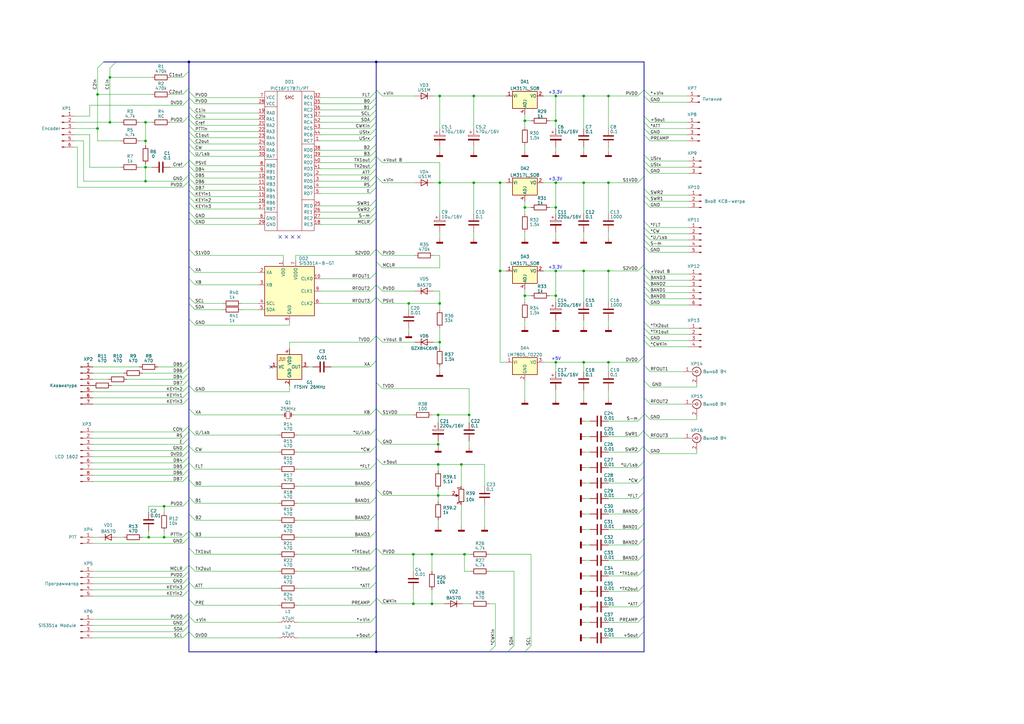
<source format=kicad_sch>
(kicad_sch (version 20211123) (generator eeschema)
  (paper "A3")
  (title_block (title "Синтезатор для ТПП") (date "2023-05-04") (rev "2") (company "HAM Radio") (comment 1 "СНТП.01.110 Э3") (comment 2 "RK9AMX"))
  (lib_symbols
    (symbol "BZX84Cxx_1" (pin_numbers hide) (pin_names hide)
      (property "Reference" "D" (at 0 3.81 0))
      (property "Value" "BZX84Cxx_1" (at 0 -3.81 0))
      (symbol "BZX84Cxx_1_1_1"
        (pin passive line (at 3.81 0 180) (length 2.54) (name "A") (number "1"))
        (pin no_connect line (at 1.27 0 180) (length 2.54) hide (name "NC") (number "2"))
        (pin passive line (at -3.81 0 0) (length 2.54) (name "K") (number "3"))
      )
    )
    (symbol "Connector:Conn_01x02_Male" (pin_names (offset 1.016) hide)
      (property "Reference" "J" (at 0 2.54 0))
      (property "Value" "Conn_01x02_Male" (at 0 -5.08 0))
      (symbol "Conn_01x02_Male_1_1"
        (pin passive line (at 5.08 0 180) (length 3.81) (name "Pin_1") (number "1"))
        (pin passive line (at 5.08 -2.54 180) (length 3.81) (name "Pin_2") (number "2"))
      )
    )
    (symbol "Connector:Conn_01x03_Male" (pin_names (offset 1.016) hide)
      (property "Reference" "J" (at 0 5.08 0))
      (property "Value" "Conn_01x03_Male" (at 0 -5.08 0))
      (symbol "Conn_01x03_Male_1_1"
        (pin passive line (at 5.08 2.54 180) (length 3.81) (name "Pin_1") (number "1"))
        (pin passive line (at 5.08 0 180) (length 3.81) (name "Pin_2") (number "2"))
        (pin passive line (at 5.08 -2.54 180) (length 3.81) (name "Pin_3") (number "3"))
      )
    )
    (symbol "Connector:Conn_01x04_Male" (pin_names (offset 1.016) hide)
      (property "Reference" "J" (at 0 5.08 0))
      (property "Value" "Conn_01x04_Male" (at 0 -7.62 0))
      (symbol "Conn_01x04_Male_1_1"
        (pin passive line (at 5.08 2.54 180) (length 3.81) (name "Pin_1") (number "1"))
        (pin passive line (at 5.08 0 180) (length 3.81) (name "Pin_2") (number "2"))
        (pin passive line (at 5.08 -2.54 180) (length 3.81) (name "Pin_3") (number "3"))
        (pin passive line (at 5.08 -5.08 180) (length 3.81) (name "Pin_4") (number "4"))
      )
    )
    (symbol "Connector:Conn_01x05_Male" (pin_names (offset 1.016) hide)
      (property "Reference" "J" (at 0 7.62 0))
      (property "Value" "Conn_01x05_Male" (at 0 -7.62 0))
      (symbol "Conn_01x05_Male_1_1"
        (pin passive line (at 5.08 5.08 180) (length 3.81) (name "Pin_1") (number "1"))
        (pin passive line (at 5.08 2.54 180) (length 3.81) (name "Pin_2") (number "2"))
        (pin passive line (at 5.08 0 180) (length 3.81) (name "Pin_3") (number "3"))
        (pin passive line (at 5.08 -2.54 180) (length 3.81) (name "Pin_4") (number "4"))
        (pin passive line (at 5.08 -5.08 180) (length 3.81) (name "Pin_5") (number "5"))
      )
    )
    (symbol "Connector:Conn_01x06_Male" (pin_names (offset 1.016) hide)
      (property "Reference" "J" (at 0 7.62 0))
      (property "Value" "Conn_01x06_Male" (at 0 -10.16 0))
      (symbol "Conn_01x06_Male_1_1"
        (pin passive line (at 5.08 5.08 180) (length 3.81) (name "Pin_1") (number "1"))
        (pin passive line (at 5.08 2.54 180) (length 3.81) (name "Pin_2") (number "2"))
        (pin passive line (at 5.08 0 180) (length 3.81) (name "Pin_3") (number "3"))
        (pin passive line (at 5.08 -2.54 180) (length 3.81) (name "Pin_4") (number "4"))
        (pin passive line (at 5.08 -5.08 180) (length 3.81) (name "Pin_5") (number "5"))
        (pin passive line (at 5.08 -7.62 180) (length 3.81) (name "Pin_6") (number "6"))
      )
    )
    (symbol "Connector:Conn_01x07_Male" (pin_names (offset 1.016) hide)
      (property "Reference" "J" (at 0 10.16 0))
      (property "Value" "Conn_01x07_Male" (at 0 -10.16 0))
      (symbol "Conn_01x07_Male_1_1"
        (pin passive line (at 5.08 7.62 180) (length 3.81) (name "Pin_1") (number "1"))
        (pin passive line (at 5.08 5.08 180) (length 3.81) (name "Pin_2") (number "2"))
        (pin passive line (at 5.08 2.54 180) (length 3.81) (name "Pin_3") (number "3"))
        (pin passive line (at 5.08 0 180) (length 3.81) (name "Pin_4") (number "4"))
        (pin passive line (at 5.08 -2.54 180) (length 3.81) (name "Pin_5") (number "5"))
        (pin passive line (at 5.08 -5.08 180) (length 3.81) (name "Pin_6") (number "6"))
        (pin passive line (at 5.08 -7.62 180) (length 3.81) (name "Pin_7") (number "7"))
      )
    )
    (symbol "Connector:Conn_01x09_Male" (pin_names (offset 1.016) hide)
      (property "Reference" "J" (at 0 12.7 0))
      (property "Value" "Conn_01x09_Male" (at 0 -12.7 0))
      (symbol "Conn_01x09_Male_1_1"
        (pin passive line (at 5.08 10.16 180) (length 3.81) (name "Pin_1") (number "1"))
        (pin passive line (at 5.08 7.62 180) (length 3.81) (name "Pin_2") (number "2"))
        (pin passive line (at 5.08 5.08 180) (length 3.81) (name "Pin_3") (number "3"))
        (pin passive line (at 5.08 2.54 180) (length 3.81) (name "Pin_4") (number "4"))
        (pin passive line (at 5.08 0 180) (length 3.81) (name "Pin_5") (number "5"))
        (pin passive line (at 5.08 -2.54 180) (length 3.81) (name "Pin_6") (number "6"))
        (pin passive line (at 5.08 -5.08 180) (length 3.81) (name "Pin_7") (number "7"))
        (pin passive line (at 5.08 -7.62 180) (length 3.81) (name "Pin_8") (number "8"))
        (pin passive line (at 5.08 -10.16 180) (length 3.81) (name "Pin_9") (number "9"))
      )
    )
    (symbol "Connector:Conn_Coaxial" (pin_names (offset 1.016) hide)
      (property "Reference" "J" (at 0.254 3.048 0))
      (property "Value" "Conn_Coaxial" (at 2.921 0 90))
      (symbol "Conn_Coaxial_1_1"
        (pin passive line (at -5.08 0 0) (length 2.54) (name "In") (number "1"))
        (pin passive line (at 0 -5.08 90) (length 2.54) (name "Ext") (number "2"))
      )
    )
    (symbol "Device:C" (pin_numbers hide) (pin_names (offset 0.254))
      (property "Reference" "C" (at 0.635 2.54 0))
      (property "Value" "C" (at 0.635 -2.54 0))
      (symbol "C_1_1"
        (pin passive line (at 0 3.81 270) (length 2.794) (name "~") (number "1"))
        (pin passive line (at 0 -3.81 90) (length 2.794) (name "~") (number "2"))
      )
    )
    (symbol "Device:C_Polarized" (pin_numbers hide) (pin_names (offset 0.254))
      (property "Reference" "C" (at 0.635 2.54 0))
      (property "Value" "C_Polarized" (at 0.635 -2.54 0))
      (symbol "C_Polarized_1_1"
        (pin passive line (at 0 3.81 270) (length 2.794) (name "~") (number "1"))
        (pin passive line (at 0 -3.81 90) (length 2.794) (name "~") (number "2"))
      )
    )
    (symbol "Device:Crystal_Small" (pin_numbers hide) (pin_names (offset 1.016) hide)
      (property "Reference" "Y" (at 0 2.54 0))
      (property "Value" "Crystal_Small" (at 0 -2.54 0))
      (symbol "Crystal_Small_1_1"
        (pin passive line (at -2.54 0 0) (length 1.27) (name "1") (number "1"))
        (pin passive line (at 2.54 0 180) (length 1.27) (name "2") (number "2"))
      )
    )
    (symbol "Device:D" (pin_numbers hide) (pin_names (offset 1.016) hide)
      (property "Reference" "D" (at 0 2.54 0))
      (property "Value" "D" (at 0 -2.54 0))
      (symbol "D_1_1"
        (pin passive line (at -3.81 0 0) (length 2.54) (name "K") (number "1"))
        (pin passive line (at 3.81 0 180) (length 2.54) (name "A") (number "2"))
      )
    )
    (symbol "Device:L" (pin_numbers hide) (pin_names (offset 1.016) hide)
      (property "Reference" "L" (at -1.27 0 90))
      (property "Value" "L" (at 1.905 0 90))
      (symbol "L_1_1"
        (pin passive line (at 0 3.81 270) (length 1.27) (name "1") (number "1"))
        (pin passive line (at 0 -3.81 90) (length 1.27) (name "2") (number "2"))
      )
    )
    (symbol "Device:R" (pin_numbers hide) (pin_names (offset 0))
      (property "Reference" "R" (at 2.032 0 90))
      (property "Value" "R" (at 0 0 90))
      (symbol "R_1_1"
        (pin passive line (at 0 3.81 270) (length 1.27) (name "~") (number "1"))
        (pin passive line (at 0 -3.81 90) (length 1.27) (name "~") (number "2"))
      )
    )
    (symbol "Device:R_Potentiometer" (pin_names (offset 1.016) hide)
      (property "Reference" "RV" (at -4.445 0 90))
      (property "Value" "R_Potentiometer" (at -2.54 0 90))
      (symbol "R_Potentiometer_1_1"
        (pin passive line (at 0 3.81 270) (length 1.27) (name "1") (number "1"))
        (pin passive line (at 3.81 0 180) (length 1.27) (name "2") (number "2"))
        (pin passive line (at 0 -3.81 90) (length 1.27) (name "3") (number "3"))
      )
    )
    (symbol "Diode:US1M" (pin_numbers hide) (pin_names (offset 1.016) hide)
      (property "Reference" "D" (at 0 2.54 0))
      (property "Value" "US1M" (at 0 -2.54 0))
      (symbol "US1M_1_1"
        (pin passive line (at -3.81 0 0) (length 2.54) (name "K") (number "1"))
        (pin passive line (at 3.81 0 180) (length 2.54) (name "A") (number "2"))
      )
    )
    (symbol "Oscillator:FT5HV"
      (property "Reference" "U" (at 5.08 11.43 0))
      (property "Value" "FT5HV" (at 6.35 8.89 0))
      (symbol "FT5HV_1_1"
        (pin input line (at -7.62 0 0) (length 2.54) (name "VC") (number "1"))
        (pin power_in line (at 0 -7.62 90) (length 2.54) (name "GND") (number "2"))
        (pin output line (at 7.62 0 180) (length 2.54) (name "OUT") (number "3"))
        (pin power_in line (at 0 7.62 270) (length 2.54) (name "VDD") (number "4"))
      )
    )
    (symbol "Oscillator:Si5351A-B-GT"
      (property "Reference" "U" (at -8.89 11.43 0))
      (property "Value" "Si5351A-B-GT" (at -12.7 -12.7 0))
      (symbol "Si5351A-B-GT_1_1"
        (pin power_in line (at -2.54 12.7 270) (length 2.54) (name "VDD") (number "1"))
        (pin output line (at 12.7 5.08 180) (length 2.54) (name "CLK0") (number "10"))
        (pin input line (at -12.7 7.62 0) (length 2.54) (name "XA") (number "2"))
        (pin input line (at -12.7 2.54 0) (length 2.54) (name "XB") (number "3"))
        (pin input line (at -12.7 -5.08 0) (length 2.54) (name "SCL") (number "4"))
        (pin bidirectional line (at -12.7 -7.62 0) (length 2.54) (name "SDA") (number "5"))
        (pin output line (at 12.7 -5.08 180) (length 2.54) (name "CLK2") (number "6"))
        (pin power_in line (at 2.54 12.7 270) (length 2.54) (name "VDDO") (number "7"))
        (pin power_in line (at 0 -12.7 90) (length 2.54) (name "GND") (number "8"))
        (pin output line (at 12.7 0 180) (length 2.54) (name "CLK1") (number "9"))
      )
    )
    (symbol "Regulator_Linear:LM317L_SO8" (pin_names (offset 0.254))
      (property "Reference" "U" (at -3.81 3.175 0))
      (property "Value" "LM317L_SO8" (at 0 3.175 0))
      (symbol "LM317L_SO8_1_1"
        (pin power_in line (at -7.62 0 0) (length 2.54) (name "VI") (number "1"))
        (pin power_out line (at 7.62 0 180) (length 2.54) (name "VO") (number "2"))
        (pin passive line (at 7.62 0 180) (length 2.54) hide (name "VO") (number "3"))
        (pin input line (at 0 -7.62 90) (length 2.54) (name "ADJ") (number "4"))
        (pin no_connect line (at -7.62 -2.54 0) (length 2.54) hide (name "NC") (number "5"))
        (pin passive line (at 7.62 0 180) (length 2.54) hide (name "VO") (number "6"))
        (pin passive line (at 7.62 0 180) (length 2.54) hide (name "VO") (number "7"))
        (pin no_connect line (at 7.62 -2.54 180) (length 2.54) hide (name "NC") (number "8"))
      )
    )
    (symbol "Regulator_Linear:LM7805_TO220" (pin_names (offset 0.254))
      (property "Reference" "U" (at -3.81 3.175 0))
      (property "Value" "LM7805_TO220" (at 0 3.175 0))
      (symbol "LM7805_TO220_1_1"
        (pin power_in line (at -7.62 0 0) (length 2.54) (name "VI") (number "1"))
        (pin power_in line (at 0 -7.62 90) (length 2.54) (name "GND") (number "2"))
        (pin power_out line (at 7.62 0 180) (length 2.54) (name "VO") (number "3"))
      )
    )
    (symbol "User_Library:PIC16F1787I{slash}PT"
      (property "Reference" "DD" (at 0 -7.62 90))
      (property "Value" "PIC16F1787I{slash}PT" (at 0 3.81 90))
      (symbol "PIC16F1787I{slash}PT_0_0"
        (text "SMC" (at 0 25.4 0) (effects (font (size 1.27 1.27))))
      )
      (symbol "PIC16F1787I{slash}PT_1_1"
        (pin passive line (at 12.7 7.62 180) (length 2.54) (name "RC7") (number "1"))
        (pin passive line (at -12.7 -7.62 0) (length 2.54) (name "RB2") (number "10"))
        (pin passive line (at -12.7 -10.16 0) (length 2.54) (name "RB3") (number "11"))
        (pin passive line (at -3.81 -31.75 90) (length 2.54) hide (name "NC") (number "12"))
        (pin passive line (at -1.27 -31.75 90) (length 2.54) hide (name "NC") (number "13"))
        (pin passive line (at -12.7 -12.7 0) (length 2.54) (name "RB4") (number "14"))
        (pin passive line (at -12.7 -15.24 0) (length 2.54) (name "RB5") (number "15"))
        (pin passive line (at -12.7 -17.78 0) (length 2.54) (name "RB6") (number "16"))
        (pin passive line (at -12.7 -20.32 0) (length 2.54) (name "RB7") (number "17"))
        (pin passive line (at 12.7 -26.67 180) (length 2.54) (name "RE3") (number "18"))
        (pin passive line (at -12.7 19.05 0) (length 2.54) (name "RA0") (number "19"))
        (pin passive line (at 12.7 -6.35 180) (length 2.54) (name "RD4") (number "2"))
        (pin passive line (at -12.7 16.51 0) (length 2.54) (name "RA1") (number "20"))
        (pin passive line (at -12.7 13.97 0) (length 2.54) (name "RA2") (number "21"))
        (pin passive line (at -12.7 11.43 0) (length 2.54) (name "RA3") (number "22"))
        (pin passive line (at -12.7 8.89 0) (length 2.54) (name "RA4") (number "23"))
        (pin passive line (at -12.7 6.35 0) (length 2.54) (name "RA5") (number "24"))
        (pin passive line (at 12.7 -19.05 180) (length 2.54) (name "RE0") (number "25"))
        (pin passive line (at 12.7 -21.59 180) (length 2.54) (name "RE1") (number "26"))
        (pin passive line (at 12.7 -24.13 180) (length 2.54) (name "RE2") (number "27"))
        (pin passive line (at -12.7 22.86 0) (length 2.54) (name "VCC") (number "28"))
        (pin passive line (at -12.7 -26.67 0) (length 2.54) (name "GND") (number "29"))
        (pin passive line (at 12.7 -8.89 180) (length 2.54) (name "RD5") (number "3"))
        (pin passive line (at -12.7 1.27 0) (length 2.54) (name "RA7") (number "30"))
        (pin passive line (at -12.7 3.81 0) (length 2.54) (name "RA6") (number "31"))
        (pin passive line (at 12.7 25.4 180) (length 2.54) (name "RC0") (number "32"))
        (pin passive line (at 1.27 -31.75 90) (length 2.54) hide (name "NC") (number "33"))
        (pin passive line (at 3.81 -31.75 90) (length 2.54) hide (name "NC") (number "34"))
        (pin passive line (at 12.7 22.86 180) (length 2.54) (name "RC1") (number "35"))
        (pin passive line (at 12.7 20.32 180) (length 2.54) (name "RC2") (number "36"))
        (pin passive line (at 12.7 17.78 180) (length 2.54) (name "RC3") (number "37"))
        (pin passive line (at 12.7 3.81 180) (length 2.54) (name "RD0") (number "38"))
        (pin passive line (at 12.7 1.27 180) (length 2.54) (name "RD1") (number "39"))
        (pin passive line (at 12.7 -11.43 180) (length 2.54) (name "RD6") (number "4"))
        (pin passive line (at 12.7 -1.27 180) (length 2.54) (name "RD2") (number "40"))
        (pin passive line (at 12.7 -3.81 180) (length 2.54) (name "RD3") (number "41"))
        (pin passive line (at 12.7 15.24 180) (length 2.54) (name "RC4") (number "42"))
        (pin passive line (at 12.7 12.7 180) (length 2.54) (name "RC5") (number "43"))
        (pin passive line (at 12.7 10.16 180) (length 2.54) (name "RC6") (number "44"))
        (pin passive line (at 12.7 -13.97 180) (length 2.54) (name "RD7") (number "5"))
        (pin passive line (at -12.7 -24.13 0) (length 2.54) (name "GND") (number "6"))
        (pin passive line (at -12.7 25.4 0) (length 2.54) (name "VCC") (number "7"))
        (pin passive line (at -12.7 -2.54 0) (length 2.54) (name "RB0") (number "8"))
        (pin passive line (at -12.7 -5.08 0) (length 2.54) (name "RB1") (number "9"))
      )
    )
    (symbol "power:GNDD" (power) (pin_names (offset 0))
      (property "Value" "GNDD" (at 0 -3.175 0))
      (symbol "GNDD_1_1"
        (pin power_in line (at 0 0 270) (length 0) hide (name "GNDD") (number "1"))
      )
    )
  )
  (junction (at 205.105 111.125))
  (junction (at 249.555 111.125))
  (junction (at 169.545 227.33))
  (junction (at 180.34 74.93))
  (junction (at 177.165 227.33))
  (junction (at 227.965 49.53))
  (junction (at 190.5 227.33))
  (junction (at 215.265 85.09))
  (junction (at 227.965 39.37))
  (junction (at 205.105 74.93))
  (junction (at 215.265 121.285))
  (junction (at 167.64 124.46))
  (junction (at 227.965 111.125))
  (junction (at 189.23 190.5))
  (junction (at 60.96 220.345))
  (junction (at 249.555 148.59))
  (junction (at 227.965 121.285))
  (junction (at 239.395 111.125))
  (junction (at 59.69 57.785))
  (junction (at 215.265 49.53))
  (junction (at 239.395 39.37))
  (junction (at 179.705 190.5))
  (junction (at 249.555 39.37))
  (junction (at 192.405 170.18))
  (junction (at 179.705 203.2))
  (junction (at 59.69 68.58))
  (junction (at 77.47 25.4))
  (junction (at 239.395 148.59))
  (junction (at 194.31 74.93))
  (junction (at 239.395 74.93))
  (junction (at 177.165 247.65))
  (junction (at 45.085 31.75))
  (junction (at 194.31 39.37))
  (junction (at 59.69 50.165))
  (junction (at 45.085 50.165))
  (junction (at 67.31 207.645))
  (junction (at 227.965 85.09))
  (junction (at 180.34 124.46))
  (junction (at 179.705 170.18))
  (junction (at 67.31 220.345))
  (junction (at 154.305 267.335))
  (junction (at 169.545 247.65))
  (junction (at 154.305 25.4))
  (junction (at 180.34 39.37))
  (junction (at 59.69 74.295))
  (junction (at 40.005 52.705))
  (junction (at 179.705 182.245))
  (junction (at 227.965 74.93))
  (junction (at 180.34 140.335))
  (junction (at 249.555 74.93))
  (junction (at 227.965 148.59))
  (junction (at 40.005 38.735))
  (no_connect (at 114.935 97.155))
  (no_connect (at 122.555 97.155))
  (no_connect (at 120.015 97.155))
  (no_connect (at 117.475 97.155))
  (no_connect (at 111.125 150.495))
  (bus_entry (at 151.765 220.345) (size 2.54 -2.54))
  (bus_entry (at 151.765 150.495) (size 2.54 -2.54))
  (bus_entry (at 264.16 109.855) (size 2.54 2.54))
  (bus_entry (at 264.16 112.395) (size 2.54 2.54))
  (bus_entry (at 264.16 114.935) (size 2.54 2.54))
  (bus_entry (at 264.16 117.475) (size 2.54 2.54))
  (bus_entry (at 264.16 120.015) (size 2.54 2.54))
  (bus_entry (at 264.16 122.555) (size 2.54 2.54))
  (bus_entry (at 74.93 158.115) (size 2.54 -2.54))
  (bus_entry (at 74.93 150.495) (size 2.54 -2.54))
  (bus_entry (at 74.93 153.035) (size 2.54 -2.54))
  (bus_entry (at 74.93 155.575) (size 2.54 -2.54))
  (bus_entry (at 74.93 160.655) (size 2.54 -2.54))
  (bus_entry (at 74.93 163.195) (size 2.54 -2.54))
  (bus_entry (at 74.93 165.735) (size 2.54 -2.54))
  (bus_entry (at 151.765 140.335) (size 2.54 -2.54))
  (bus_entry (at 151.765 170.18) (size 2.54 -2.54))
  (bus_entry (at 77.47 167.64) (size 2.54 2.54))
  (bus_entry (at 74.93 50.165) (size 2.54 -2.54))
  (bus_entry (at 266.7 93.345) (size -2.54 -2.54))
  (bus_entry (at 266.7 95.885) (size -2.54 -2.54))
  (bus_entry (at 266.7 98.425) (size -2.54 -2.54))
  (bus_entry (at 266.7 100.965) (size -2.54 -2.54))
  (bus_entry (at 266.7 103.505) (size -2.54 -2.54))
  (bus_entry (at 261.62 74.93) (size 2.54 -2.54))
  (bus_entry (at 261.62 111.125) (size 2.54 -2.54))
  (bus_entry (at 261.62 148.59) (size 2.54 -2.54))
  (bus_entry (at 154.305 137.795) (size 2.54 2.54))
  (bus_entry (at 151.765 84.455) (size 2.54 -2.54))
  (bus_entry (at 151.765 86.995) (size 2.54 -2.54))
  (bus_entry (at 151.765 89.535) (size 2.54 -2.54))
  (bus_entry (at 151.765 92.075) (size 2.54 -2.54))
  (bus_entry (at 261.62 39.37) (size 2.54 -2.54))
  (bus_entry (at 156.845 119.38) (size -2.54 -2.54))
  (bus_entry (at 151.765 185.42) (size 2.54 -2.54))
  (bus_entry (at 80.01 234.315) (size -2.54 -2.54))
  (bus_entry (at 151.765 55.245) (size 2.54 -2.54))
  (bus_entry (at 151.765 57.785) (size 2.54 -2.54))
  (bus_entry (at 151.765 47.625) (size 2.54 -2.54))
  (bus_entry (at 151.765 50.165) (size 2.54 -2.54))
  (bus_entry (at 151.765 52.705) (size 2.54 -2.54))
  (bus_entry (at 264.16 132.08) (size 2.54 2.54))
  (bus_entry (at 264.16 134.62) (size 2.54 2.54))
  (bus_entry (at 264.16 137.16) (size 2.54 2.54))
  (bus_entry (at 264.16 139.7) (size 2.54 2.54))
  (bus_entry (at 151.765 114.3) (size 2.54 -2.54))
  (bus_entry (at 151.765 119.38) (size 2.54 -2.54))
  (bus_entry (at 151.765 124.46) (size 2.54 -2.54))
  (bus_entry (at 80.01 116.84) (size -2.54 -2.54))
  (bus_entry (at 80.01 133.35) (size -2.54 -2.54))
  (bus_entry (at 80.01 127) (size -2.54 -2.54))
  (bus_entry (at 80.01 124.46) (size -2.54 -2.54))
  (bus_entry (at 264.16 149.86) (size 2.54 2.54))
  (bus_entry (at 264.16 156.21) (size 2.54 2.54))
  (bus_entry (at 264.16 163.195) (size 2.54 2.54))
  (bus_entry (at 264.16 169.545) (size 2.54 2.54))
  (bus_entry (at 264.16 177.165) (size 2.54 2.54))
  (bus_entry (at 264.16 183.515) (size 2.54 2.54))
  (bus_entry (at 74.93 187.325) (size 2.54 -2.54))
  (bus_entry (at 74.93 189.865) (size 2.54 -2.54))
  (bus_entry (at 74.93 192.405) (size 2.54 -2.54))
  (bus_entry (at 74.93 194.945) (size 2.54 -2.54))
  (bus_entry (at 74.93 197.485) (size 2.54 -2.54))
  (bus_entry (at 74.93 179.705) (size 2.54 -2.54))
  (bus_entry (at 74.93 182.245) (size 2.54 -2.54))
  (bus_entry (at 74.93 184.785) (size 2.54 -2.54))
  (bus_entry (at 74.93 177.165) (size 2.54 -2.54))
  (bus_entry (at 80.01 199.39) (size -2.54 -2.54))
  (bus_entry (at 74.93 207.645) (size 2.54 -2.54))
  (bus_entry (at 151.765 192.405) (size 2.54 -2.54))
  (bus_entry (at 151.765 241.3) (size 2.54 -2.54))
  (bus_entry (at 74.93 256.54) (size 2.54 -2.54))
  (bus_entry (at 74.93 254) (size 2.54 -2.54))
  (bus_entry (at 74.93 259.08) (size 2.54 -2.54))
  (bus_entry (at 74.93 261.62) (size 2.54 -2.54))
  (bus_entry (at 151.765 213.36) (size 2.54 -2.54))
  (bus_entry (at 151.765 104.775) (size 2.54 -2.54))
  (bus_entry (at 154.305 187.96) (size 2.54 2.54))
  (bus_entry (at 154.305 200.66) (size 2.54 2.54))
  (bus_entry (at 215.265 267.335) (size 2.54 -2.54))
  (bus_entry (at 80.01 255.27) (size -2.54 -2.54))
  (bus_entry (at 80.01 261.62) (size -2.54 -2.54))
  (bus_entry (at 151.765 261.62) (size 2.54 -2.54))
  (bus_entry (at 151.765 255.27) (size 2.54 -2.54))
  (bus_entry (at 261.62 248.92) (size 2.54 -2.54))
  (bus_entry (at 261.62 255.27) (size 2.54 -2.54))
  (bus_entry (at 261.62 261.62) (size 2.54 -2.54))
  (bus_entry (at 261.62 185.42) (size 2.54 -2.54))
  (bus_entry (at 261.62 191.77) (size 2.54 -2.54))
  (bus_entry (at 261.62 204.47) (size 2.54 -2.54))
  (bus_entry (at 261.62 198.12) (size 2.54 -2.54))
  (bus_entry (at 261.62 223.52) (size 2.54 -2.54))
  (bus_entry (at 261.62 217.17) (size 2.54 -2.54))
  (bus_entry (at 261.62 210.82) (size 2.54 -2.54))
  (bus_entry (at 261.62 172.72) (size 2.54 -2.54))
  (bus_entry (at 261.62 179.07) (size 2.54 -2.54))
  (bus_entry (at 261.62 242.57) (size 2.54 -2.54))
  (bus_entry (at 261.62 236.22) (size 2.54 -2.54))
  (bus_entry (at 261.62 229.87) (size 2.54 -2.54))
  (bus_entry (at 154.305 72.39) (size 2.54 2.54))
  (bus_entry (at 156.845 124.46) (size -2.54 -2.54))
  (bus_entry (at 77.47 43.815) (size 2.54 2.54))
  (bus_entry (at 77.47 46.355) (size 2.54 2.54))
  (bus_entry (at 77.47 48.895) (size 2.54 2.54))
  (bus_entry (at 77.47 51.435) (size 2.54 2.54))
  (bus_entry (at 77.47 53.975) (size 2.54 2.54))
  (bus_entry (at 77.47 56.515) (size 2.54 2.54))
  (bus_entry (at 77.47 59.055) (size 2.54 2.54))
  (bus_entry (at 77.47 61.595) (size 2.54 2.54))
  (bus_entry (at 77.47 65.405) (size 2.54 2.54))
  (bus_entry (at 77.47 67.945) (size 2.54 2.54))
  (bus_entry (at 77.47 70.485) (size 2.54 2.54))
  (bus_entry (at 77.47 37.465) (size 2.54 2.54))
  (bus_entry (at 77.47 40.005) (size 2.54 2.54))
  (bus_entry (at 77.47 73.025) (size 2.54 2.54))
  (bus_entry (at 77.47 75.565) (size 2.54 2.54))
  (bus_entry (at 77.47 78.105) (size 2.54 2.54))
  (bus_entry (at 77.47 80.645) (size 2.54 2.54))
  (bus_entry (at 77.47 83.185) (size 2.54 2.54))
  (bus_entry (at 77.47 86.995) (size 2.54 2.54))
  (bus_entry (at 77.47 89.535) (size 2.54 2.54))
  (bus_entry (at 151.765 234.315) (size 2.54 -2.54))
  (bus_entry (at 266.7 55.245) (size -2.54 -2.54))
  (bus_entry (at 266.7 57.785) (size -2.54 -2.54))
  (bus_entry (at 266.7 52.705) (size -2.54 -2.54))
  (bus_entry (at 80.01 192.405) (size -2.54 -2.54))
  (bus_entry (at 80.01 248.285) (size -2.54 -2.54))
  (bus_entry (at 151.765 40.005) (size 2.54 -2.54))
  (bus_entry (at 151.765 42.545) (size 2.54 -2.54))
  (bus_entry (at 151.765 45.085) (size 2.54 -2.54))
  (bus_entry (at 266.7 50.165) (size -2.54 -2.54))
  (bus_entry (at 74.93 234.315) (size 2.54 -2.54))
  (bus_entry (at 74.93 244.475) (size 2.54 -2.54))
  (bus_entry (at 74.93 241.935) (size 2.54 -2.54))
  (bus_entry (at 74.93 236.855) (size 2.54 -2.54))
  (bus_entry (at 74.93 239.395) (size 2.54 -2.54))
  (bus_entry (at 74.93 43.18) (size 2.54 -2.54))
  (bus_entry (at 156.845 247.65) (size -2.54 -2.54))
  (bus_entry (at 156.845 227.33) (size -2.54 -2.54))
  (bus_entry (at 74.93 222.885) (size 2.54 -2.54))
  (bus_entry (at 74.93 220.345) (size 2.54 -2.54))
  (bus_entry (at 80.01 213.36) (size -2.54 -2.54))
  (bus_entry (at 80.01 220.345) (size -2.54 -2.54))
  (bus_entry (at 151.765 199.39) (size 2.54 -2.54))
  (bus_entry (at 151.765 178.435) (size 2.54 -2.54))
  (bus_entry (at 80.01 178.435) (size -2.54 -2.54))
  (bus_entry (at 151.765 61.595) (size 2.54 -2.54))
  (bus_entry (at 151.765 64.135) (size 2.54 -2.54))
  (bus_entry (at 151.765 66.675) (size 2.54 -2.54))
  (bus_entry (at 151.765 69.215) (size 2.54 -2.54))
  (bus_entry (at 151.765 71.755) (size 2.54 -2.54))
  (bus_entry (at 151.765 74.295) (size 2.54 -2.54))
  (bus_entry (at 151.765 76.835) (size 2.54 -2.54))
  (bus_entry (at 151.765 79.375) (size 2.54 -2.54))
  (bus_entry (at 74.93 74.295) (size 2.54 -2.54))
  (bus_entry (at 74.93 76.835) (size 2.54 -2.54))
  (bus_entry (at 151.765 248.285) (size 2.54 -2.54))
  (bus_entry (at 203.2 264.795) (size -2.54 2.54))
  (bus_entry (at 210.82 264.795) (size -2.54 2.54))
  (bus_entry (at 154.305 64.135) (size 2.54 2.54))
  (bus_entry (at 154.305 36.83) (size 2.54 2.54))
  (bus_entry (at 77.47 158.115) (size 2.54 2.54))
  (bus_entry (at 151.765 206.375) (size 2.54 -2.54))
  (bus_entry (at 80.01 206.375) (size -2.54 -2.54))
  (bus_entry (at 266.7 66.04) (size -2.54 -2.54))
  (bus_entry (at 266.7 68.58) (size -2.54 -2.54))
  (bus_entry (at 266.7 71.12) (size -2.54 -2.54))
  (bus_entry (at 74.93 68.58) (size 2.54 -2.54))
  (bus_entry (at 156.845 104.775) (size -2.54 -2.54))
  (bus_entry (at 156.845 109.855) (size -2.54 -2.54))
  (bus_entry (at 156.845 159.385) (size -2.54 -2.54))
  (bus_entry (at 156.845 170.18) (size -2.54 -2.54))
  (bus_entry (at 80.01 227.33) (size -2.54 -2.54))
  (bus_entry (at 266.7 39.37) (size -2.54 -2.54))
  (bus_entry (at 266.7 80.01) (size -2.54 -2.54))
  (bus_entry (at 266.7 82.55) (size -2.54 -2.54))
  (bus_entry (at 266.7 85.09) (size -2.54 -2.54))
  (bus_entry (at 80.01 241.3) (size -2.54 -2.54))
  (bus_entry (at 80.01 185.42) (size -2.54 -2.54))
  (bus_entry (at 264.16 39.37) (size 2.54 2.54))
  (bus_entry (at 151.765 227.33) (size 2.54 -2.54))
  (bus_entry (at 154.305 179.705) (size 2.54 2.54))
  (bus_entry (at 45.085 27.94) (size 2.54 -2.54))
  (bus_entry (at 40.005 27.94) (size 2.54 -2.54))
  (bus_entry (at 77.47 102.235) (size 2.54 2.54))
  (bus_entry (at 77.47 109.22) (size 2.54 2.54))
  (bus_entry (at 74.93 31.75) (size 2.54 -2.54))
  (bus_entry (at 74.93 38.735) (size 2.54 -2.54))
  (wire (pts (xy 266.7 55.245) (xy 281.94 55.245)))
  (wire (pts (xy 151.765 84.455) (xy 131.445 84.455)))
  (wire (pts (xy 59.69 50.165) (xy 62.23 50.165)))
  (bus (pts (xy 77.47 124.46) (xy 77.47 130.81)))
  (bus (pts (xy 154.305 147.955) (xy 154.305 156.845)))
  (wire (pts (xy 40.005 27.94) (xy 40.005 38.735)))
  (wire (pts (xy 80.01 220.345) (xy 114.3 220.345)))
  (wire (pts (xy 266.7 85.09) (xy 282.575 85.09)))
  (wire (pts (xy 59.69 67.31) (xy 59.69 68.58)))
  (wire (pts (xy 227.965 74.93) (xy 227.965 85.09)))
  (wire (pts (xy 151.765 71.755) (xy 131.445 71.755)))
  (bus (pts (xy 154.305 55.245) (xy 154.305 59.055)))
  (wire (pts (xy 60.96 220.345) (xy 67.31 220.345)))
  (wire (pts (xy 240.03 191.77) (xy 241.935 191.77)))
  (bus (pts (xy 77.47 43.815) (xy 77.47 46.355)))
  (wire (pts (xy 121.92 241.3) (xy 151.765 241.3)))
  (wire (pts (xy 192.405 183.515) (xy 192.405 180.975)))
  (wire (pts (xy 189.23 207.01) (xy 189.23 215.9)))
  (wire (pts (xy 80.01 124.46) (xy 91.44 124.46)))
  (wire (pts (xy 80.01 127) (xy 91.44 127)))
  (wire (pts (xy 240.03 217.17) (xy 241.935 217.17)))
  (wire (pts (xy 38.1 234.315) (xy 74.93 234.315)))
  (bus (pts (xy 264.16 77.47) (xy 264.16 80.01)))
  (bus (pts (xy 264.16 50.165) (xy 264.16 52.705)))
  (wire (pts (xy 239.395 74.93) (xy 227.965 74.93)))
  (bus (pts (xy 154.305 267.335) (xy 200.66 267.335)))
  (wire (pts (xy 80.01 185.42) (xy 114.3 185.42)))
  (wire (pts (xy 193.04 247.65) (xy 189.865 247.65)))
  (wire (pts (xy 249.555 74.93) (xy 249.555 87.63)))
  (wire (pts (xy 215.265 97.79) (xy 215.265 95.25)))
  (wire (pts (xy 205.105 111.125) (xy 205.105 148.59)))
  (bus (pts (xy 77.47 67.945) (xy 77.47 70.485)))
  (bus (pts (xy 77.47 177.165) (xy 77.47 179.705)))
  (bus (pts (xy 77.47 254) (xy 77.47 256.54)))
  (bus (pts (xy 77.47 179.705) (xy 77.47 182.245)))
  (bus (pts (xy 215.265 267.335) (xy 264.16 267.335)))
  (bus (pts (xy 77.47 267.335) (xy 154.305 267.335)))
  (wire (pts (xy 240.03 185.42) (xy 241.935 185.42)))
  (wire (pts (xy 30.48 60.325) (xy 31.75 60.325)))
  (bus (pts (xy 154.305 72.39) (xy 154.305 74.295)))
  (wire (pts (xy 34.29 57.785) (xy 34.29 74.295)))
  (wire (pts (xy 80.01 178.435) (xy 114.3 178.435)))
  (bus (pts (xy 264.16 169.545) (xy 264.16 170.18)))
  (bus (pts (xy 77.47 174.625) (xy 77.47 175.895)))
  (wire (pts (xy 179.705 170.18) (xy 192.405 170.18)))
  (wire (pts (xy 121.285 106.68) (xy 121.285 104.775)))
  (wire (pts (xy 49.53 57.785) (xy 40.005 57.785)))
  (bus (pts (xy 154.305 76.835) (xy 154.305 81.915)))
  (wire (pts (xy 38.1 179.705) (xy 74.93 179.705)))
  (wire (pts (xy 200.66 234.315) (xy 210.82 234.315)))
  (wire (pts (xy 249.555 39.37) (xy 261.62 39.37)))
  (bus (pts (xy 77.47 251.46) (xy 77.47 252.73)))
  (wire (pts (xy 30.48 55.245) (xy 36.83 55.245)))
  (wire (pts (xy 118.745 140.335) (xy 118.745 142.875)))
  (wire (pts (xy 189.23 199.39) (xy 189.23 190.5)))
  (bus (pts (xy 154.305 245.745) (xy 154.305 245.11)))
  (wire (pts (xy 135.89 150.495) (xy 151.765 150.495)))
  (wire (pts (xy 189.23 190.5) (xy 179.705 190.5)))
  (wire (pts (xy 121.92 192.405) (xy 151.765 192.405)))
  (wire (pts (xy 227.965 49.53) (xy 225.425 49.53)))
  (bus (pts (xy 264.16 93.345) (xy 264.16 95.885)))
  (wire (pts (xy 36.83 55.245) (xy 36.83 68.58)))
  (bus (pts (xy 264.16 63.5) (xy 264.16 66.04)))
  (wire (pts (xy 285.75 170.815) (xy 285.75 172.085)))
  (bus (pts (xy 77.47 51.435) (xy 77.47 53.975)))
  (wire (pts (xy 156.845 140.335) (xy 170.18 140.335)))
  (bus (pts (xy 77.47 220.345) (xy 77.47 224.79)))
  (wire (pts (xy 57.15 68.58) (xy 59.69 68.58)))
  (wire (pts (xy 266.7 71.12) (xy 282.575 71.12)))
  (wire (pts (xy 80.01 160.655) (xy 118.745 160.655)))
  (bus (pts (xy 154.305 69.215) (xy 154.305 71.755)))
  (wire (pts (xy 167.64 136.525) (xy 167.64 134.62)))
  (wire (pts (xy 38.1 192.405) (xy 74.93 192.405)))
  (wire (pts (xy 200.66 247.65) (xy 203.2 247.65)))
  (wire (pts (xy 80.01 75.565) (xy 106.045 75.565)))
  (wire (pts (xy 80.01 42.545) (xy 106.045 42.545)))
  (wire (pts (xy 179.705 215.9) (xy 179.705 213.36)))
  (wire (pts (xy 131.445 124.46) (xy 151.765 124.46)))
  (wire (pts (xy 227.965 49.53) (xy 227.965 39.37)))
  (wire (pts (xy 180.34 74.93) (xy 194.31 74.93)))
  (bus (pts (xy 77.47 236.855) (xy 77.47 238.76)))
  (wire (pts (xy 266.7 125.095) (xy 282.575 125.095)))
  (wire (pts (xy 239.395 133.985) (xy 239.395 131.445)))
  (bus (pts (xy 264.16 259.08) (xy 264.16 267.335)))
  (wire (pts (xy 59.69 50.165) (xy 59.69 57.785)))
  (wire (pts (xy 266.7 158.75) (xy 285.75 158.75)))
  (bus (pts (xy 264.16 132.08) (xy 264.16 134.62)))
  (wire (pts (xy 227.965 85.09) (xy 227.965 87.63)))
  (wire (pts (xy 177.165 234.315) (xy 177.165 227.33)))
  (bus (pts (xy 77.47 71.755) (xy 77.47 73.025)))
  (wire (pts (xy 240.03 198.12) (xy 241.935 198.12)))
  (wire (pts (xy 177.8 74.93) (xy 180.34 74.93)))
  (bus (pts (xy 77.47 182.88) (xy 77.47 184.785)))
  (bus (pts (xy 154.305 210.82) (xy 154.305 217.805)))
  (wire (pts (xy 69.85 50.165) (xy 74.93 50.165)))
  (wire (pts (xy 190.5 227.33) (xy 190.5 234.315)))
  (wire (pts (xy 156.845 119.38) (xy 170.18 119.38)))
  (wire (pts (xy 239.395 39.37) (xy 249.555 39.37)))
  (wire (pts (xy 215.265 123.825) (xy 215.265 121.285)))
  (bus (pts (xy 154.305 111.76) (xy 154.305 116.84)))
  (wire (pts (xy 227.965 111.125) (xy 239.395 111.125)))
  (wire (pts (xy 222.885 74.93) (xy 227.965 74.93)))
  (bus (pts (xy 77.47 147.955) (xy 77.47 150.495)))
  (bus (pts (xy 264.16 149.86) (xy 264.16 156.21)))
  (wire (pts (xy 156.845 159.385) (xy 192.405 159.385)))
  (bus (pts (xy 77.47 36.195) (xy 77.47 37.465)))
  (wire (pts (xy 266.7 52.705) (xy 281.94 52.705)))
  (wire (pts (xy 179.705 190.5) (xy 179.705 193.04)))
  (bus (pts (xy 264.16 55.245) (xy 264.16 63.5)))
  (bus (pts (xy 154.305 47.625) (xy 154.305 50.165)))
  (wire (pts (xy 80.01 56.515) (xy 106.045 56.515)))
  (bus (pts (xy 77.47 29.21) (xy 77.47 36.195)))
  (wire (pts (xy 266.7 134.62) (xy 282.575 134.62)))
  (wire (pts (xy 266.7 80.01) (xy 282.575 80.01)))
  (wire (pts (xy 59.69 68.58) (xy 62.23 68.58)))
  (wire (pts (xy 179.705 205.74) (xy 179.705 203.2)))
  (wire (pts (xy 227.965 39.37) (xy 239.395 39.37)))
  (wire (pts (xy 215.265 118.745) (xy 215.265 121.285)))
  (bus (pts (xy 154.305 196.85) (xy 154.305 200.66)))
  (wire (pts (xy 239.395 62.23) (xy 239.395 60.325)))
  (wire (pts (xy 38.1 150.495) (xy 57.15 150.495)))
  (wire (pts (xy 156.845 74.93) (xy 170.18 74.93)))
  (wire (pts (xy 240.03 242.57) (xy 241.935 242.57)))
  (wire (pts (xy 67.31 220.345) (xy 74.93 220.345)))
  (bus (pts (xy 264.16 220.98) (xy 264.16 227.33)))
  (bus (pts (xy 77.47 189.865) (xy 77.47 192.405)))
  (bus (pts (xy 77.47 89.535) (xy 77.47 102.235)))
  (wire (pts (xy 215.265 87.63) (xy 215.265 85.09)))
  (wire (pts (xy 239.395 97.79) (xy 239.395 95.25)))
  (bus (pts (xy 154.305 102.235) (xy 154.305 107.315)))
  (wire (pts (xy 121.92 227.33) (xy 151.765 227.33)))
  (bus (pts (xy 154.305 245.745) (xy 154.305 252.73)))
  (wire (pts (xy 249.555 204.47) (xy 261.62 204.47)))
  (wire (pts (xy 38.1 165.735) (xy 74.93 165.735)))
  (bus (pts (xy 77.47 234.315) (xy 77.47 236.855)))
  (wire (pts (xy 239.395 87.63) (xy 239.395 74.93)))
  (wire (pts (xy 151.765 55.245) (xy 131.445 55.245)))
  (bus (pts (xy 77.47 184.785) (xy 77.47 187.325)))
  (wire (pts (xy 59.69 74.295) (xy 74.93 74.295)))
  (wire (pts (xy 177.8 119.38) (xy 180.34 119.38)))
  (wire (pts (xy 222.885 111.125) (xy 227.965 111.125)))
  (wire (pts (xy 80.01 170.18) (xy 115.57 170.18)))
  (wire (pts (xy 167.64 124.46) (xy 167.64 127)))
  (wire (pts (xy 121.92 178.435) (xy 151.765 178.435)))
  (wire (pts (xy 249.555 111.125) (xy 239.395 111.125)))
  (bus (pts (xy 154.305 238.76) (xy 154.305 245.11)))
  (wire (pts (xy 180.34 74.93) (xy 180.34 87.63)))
  (wire (pts (xy 151.765 89.535) (xy 131.445 89.535)))
  (wire (pts (xy 180.34 39.37) (xy 194.31 39.37)))
  (wire (pts (xy 227.965 62.23) (xy 227.965 60.325)))
  (wire (pts (xy 249.555 191.77) (xy 261.62 191.77)))
  (wire (pts (xy 180.34 104.775) (xy 180.34 109.855)))
  (bus (pts (xy 264.16 233.68) (xy 264.16 240.03)))
  (wire (pts (xy 177.8 104.775) (xy 180.34 104.775)))
  (wire (pts (xy 74.93 256.54) (xy 38.1 256.54)))
  (bus (pts (xy 154.305 45.085) (xy 154.305 47.625)))
  (wire (pts (xy 57.15 50.165) (xy 59.69 50.165)))
  (wire (pts (xy 80.01 111.76) (xy 106.045 111.76)))
  (bus (pts (xy 42.545 25.4) (xy 47.625 25.4)))
  (bus (pts (xy 77.47 241.935) (xy 77.47 245.745)))
  (wire (pts (xy 38.1 160.655) (xy 74.93 160.655)))
  (wire (pts (xy 116.205 106.68) (xy 116.205 104.775)))
  (bus (pts (xy 264.16 120.015) (xy 264.16 122.555)))
  (bus (pts (xy 77.47 53.975) (xy 77.47 56.515)))
  (bus (pts (xy 154.305 156.845) (xy 154.305 167.64)))
  (wire (pts (xy 38.1 194.945) (xy 74.93 194.945)))
  (bus (pts (xy 77.47 114.3) (xy 77.47 121.92)))
  (wire (pts (xy 266.7 122.555) (xy 282.575 122.555)))
  (bus (pts (xy 154.305 107.315) (xy 154.305 111.76)))
  (wire (pts (xy 239.395 123.825) (xy 239.395 111.125)))
  (bus (pts (xy 264.16 47.625) (xy 264.16 50.165)))
  (wire (pts (xy 80.01 227.33) (xy 114.3 227.33)))
  (wire (pts (xy 156.845 39.37) (xy 170.18 39.37)))
  (wire (pts (xy 80.01 261.62) (xy 114.3 261.62)))
  (wire (pts (xy 240.03 223.52) (xy 241.935 223.52)))
  (wire (pts (xy 249.555 74.93) (xy 261.62 74.93)))
  (wire (pts (xy 80.01 133.35) (xy 118.745 133.35)))
  (bus (pts (xy 77.47 48.895) (xy 77.47 51.435)))
  (wire (pts (xy 180.34 134.62) (xy 180.34 140.335)))
  (bus (pts (xy 154.305 89.535) (xy 154.305 102.235)))
  (wire (pts (xy 249.555 97.79) (xy 249.555 95.25)))
  (wire (pts (xy 74.93 259.08) (xy 38.1 259.08)))
  (wire (pts (xy 131.445 86.995) (xy 151.765 86.995)))
  (bus (pts (xy 264.16 195.58) (xy 264.16 201.93)))
  (wire (pts (xy 169.545 241.935) (xy 169.545 247.65)))
  (wire (pts (xy 266.7 172.085) (xy 285.75 172.085)))
  (wire (pts (xy 266.7 100.965) (xy 282.575 100.965)))
  (wire (pts (xy 121.92 199.39) (xy 151.765 199.39)))
  (wire (pts (xy 169.545 234.315) (xy 169.545 227.33)))
  (wire (pts (xy 222.885 148.59) (xy 227.965 148.59)))
  (wire (pts (xy 194.31 87.63) (xy 194.31 74.93)))
  (wire (pts (xy 151.765 69.215) (xy 131.445 69.215)))
  (wire (pts (xy 266.7 186.055) (xy 285.75 186.055)))
  (bus (pts (xy 154.305 84.455) (xy 154.305 86.995)))
  (wire (pts (xy 198.755 207.01) (xy 198.755 215.9)))
  (wire (pts (xy 249.555 198.12) (xy 261.62 198.12)))
  (bus (pts (xy 77.47 102.235) (xy 77.47 109.22)))
  (wire (pts (xy 249.555 52.705) (xy 249.555 39.37)))
  (wire (pts (xy 240.03 204.47) (xy 241.935 204.47)))
  (bus (pts (xy 264.16 114.935) (xy 264.16 117.475)))
  (wire (pts (xy 194.31 74.93) (xy 205.105 74.93)))
  (bus (pts (xy 264.16 246.38) (xy 264.16 252.73)))
  (bus (pts (xy 77.47 153.035) (xy 77.47 155.575)))
  (wire (pts (xy 194.31 39.37) (xy 194.31 52.705)))
  (wire (pts (xy 240.03 179.07) (xy 241.935 179.07)))
  (wire (pts (xy 40.005 38.735) (xy 40.005 52.705)))
  (bus (pts (xy 264.16 122.555) (xy 264.16 132.08)))
  (wire (pts (xy 74.93 254) (xy 38.1 254)))
  (wire (pts (xy 180.34 152.4) (xy 180.34 150.495)))
  (wire (pts (xy 80.01 53.975) (xy 106.045 53.975)))
  (bus (pts (xy 77.47 239.395) (xy 77.47 241.935)))
  (wire (pts (xy 249.555 210.82) (xy 261.62 210.82)))
  (wire (pts (xy 266.7 93.345) (xy 282.575 93.345)))
  (wire (pts (xy 194.31 97.79) (xy 194.31 95.25)))
  (wire (pts (xy 151.765 40.005) (xy 131.445 40.005)))
  (wire (pts (xy 80.01 116.84) (xy 106.045 116.84)))
  (wire (pts (xy 45.085 31.75) (xy 45.085 27.94)))
  (bus (pts (xy 264.16 109.855) (xy 264.16 112.395)))
  (wire (pts (xy 151.765 47.625) (xy 131.445 47.625)))
  (bus (pts (xy 264.16 182.88) (xy 264.16 183.515)))
  (bus (pts (xy 154.305 52.705) (xy 154.305 55.245)))
  (wire (pts (xy 249.555 185.42) (xy 261.62 185.42)))
  (bus (pts (xy 154.305 203.835) (xy 154.305 210.82)))
  (wire (pts (xy 38.1 236.855) (xy 74.93 236.855)))
  (wire (pts (xy 120.65 170.18) (xy 151.765 170.18)))
  (wire (pts (xy 266.7 41.91) (xy 281.94 41.91)))
  (wire (pts (xy 67.31 207.645) (xy 67.31 210.185)))
  (wire (pts (xy 215.265 46.99) (xy 215.265 49.53)))
  (wire (pts (xy 215.265 163.83) (xy 215.265 156.21)))
  (bus (pts (xy 77.47 194.945) (xy 77.47 196.85)))
  (bus (pts (xy 154.305 37.465) (xy 154.305 40.005)))
  (wire (pts (xy 266.7 142.24) (xy 282.575 142.24)))
  (wire (pts (xy 38.1 177.165) (xy 74.93 177.165)))
  (wire (pts (xy 80.01 64.135) (xy 106.045 64.135)))
  (wire (pts (xy 239.395 148.59) (xy 249.555 148.59)))
  (bus (pts (xy 264.16 227.33) (xy 264.16 233.68)))
  (bus (pts (xy 264.16 52.705) (xy 264.16 55.245)))
  (wire (pts (xy 266.7 68.58) (xy 282.575 68.58)))
  (bus (pts (xy 77.47 66.04) (xy 77.47 67.945)))
  (wire (pts (xy 266.7 112.395) (xy 282.575 112.395)))
  (bus (pts (xy 264.16 163.195) (xy 264.16 169.545)))
  (wire (pts (xy 38.1 187.325) (xy 74.93 187.325)))
  (wire (pts (xy 58.42 220.345) (xy 60.96 220.345)))
  (wire (pts (xy 80.01 199.39) (xy 114.3 199.39)))
  (wire (pts (xy 167.64 124.46) (xy 180.34 124.46)))
  (wire (pts (xy 45.72 158.115) (xy 74.93 158.115)))
  (wire (pts (xy 266.7 98.425) (xy 282.575 98.425)))
  (wire (pts (xy 31.75 60.325) (xy 31.75 76.835)))
  (wire (pts (xy 205.105 148.59) (xy 207.645 148.59)))
  (wire (pts (xy 31.75 76.835) (xy 74.93 76.835)))
  (wire (pts (xy 240.03 229.87) (xy 241.935 229.87)))
  (bus (pts (xy 77.47 83.185) (xy 77.47 86.995)))
  (bus (pts (xy 77.47 46.355) (xy 77.47 47.625)))
  (bus (pts (xy 77.47 56.515) (xy 77.47 59.055)))
  (wire (pts (xy 249.555 111.125) (xy 261.62 111.125)))
  (bus (pts (xy 77.47 160.655) (xy 77.47 163.195)))
  (bus (pts (xy 77.47 73.025) (xy 77.47 74.295)))
  (bus (pts (xy 77.47 86.995) (xy 77.47 89.535)))
  (bus (pts (xy 264.16 177.165) (xy 264.16 182.88)))
  (wire (pts (xy 38.1 153.035) (xy 50.8 153.035)))
  (bus (pts (xy 264.16 189.23) (xy 264.16 195.58)))
  (wire (pts (xy 36.83 43.18) (xy 74.93 43.18)))
  (wire (pts (xy 151.765 61.595) (xy 131.445 61.595)))
  (wire (pts (xy 249.555 229.87) (xy 261.62 229.87)))
  (bus (pts (xy 77.47 40.64) (xy 77.47 43.815)))
  (wire (pts (xy 30.48 47.625) (xy 36.83 47.625)))
  (wire (pts (xy 249.555 62.23) (xy 249.555 60.325)))
  (wire (pts (xy 64.77 150.495) (xy 74.93 150.495)))
  (wire (pts (xy 45.085 31.75) (xy 45.085 50.165)))
  (bus (pts (xy 264.16 36.83) (xy 264.16 39.37)))
  (wire (pts (xy 215.265 62.23) (xy 215.265 59.69)))
  (wire (pts (xy 118.745 132.08) (xy 118.745 133.35)))
  (wire (pts (xy 192.405 170.18) (xy 192.405 173.355)))
  (wire (pts (xy 69.85 68.58) (xy 74.93 68.58)))
  (wire (pts (xy 80.01 73.025) (xy 106.045 73.025)))
  (bus (pts (xy 77.47 192.405) (xy 77.47 194.945)))
  (wire (pts (xy 80.01 80.645) (xy 106.045 80.645)))
  (wire (pts (xy 227.965 97.79) (xy 227.965 95.25)))
  (bus (pts (xy 264.16 139.7) (xy 264.16 146.05)))
  (bus (pts (xy 77.47 40.005) (xy 77.47 40.64)))
  (wire (pts (xy 80.01 192.405) (xy 114.3 192.405)))
  (wire (pts (xy 215.265 49.53) (xy 217.805 49.53)))
  (wire (pts (xy 121.92 234.315) (xy 151.765 234.315)))
  (bus (pts (xy 77.47 196.85) (xy 77.47 203.835)))
  (bus (pts (xy 154.305 86.995) (xy 154.305 89.535)))
  (bus (pts (xy 154.305 217.805) (xy 154.305 224.79)))
  (wire (pts (xy 80.01 104.775) (xy 116.205 104.775)))
  (wire (pts (xy 179.705 183.515) (xy 179.705 182.245)))
  (wire (pts (xy 282.575 117.475) (xy 266.7 117.475)))
  (bus (pts (xy 154.305 42.545) (xy 154.305 45.085)))
  (wire (pts (xy 30.48 57.785) (xy 34.29 57.785)))
  (wire (pts (xy 80.01 248.285) (xy 114.3 248.285)))
  (wire (pts (xy 80.01 241.3) (xy 114.3 241.3)))
  (wire (pts (xy 239.395 163.83) (xy 239.395 160.02)))
  (wire (pts (xy 62.23 31.75) (xy 45.085 31.75)))
  (wire (pts (xy 34.29 74.295) (xy 59.69 74.295)))
  (bus (pts (xy 154.305 66.675) (xy 154.305 69.215)))
  (wire (pts (xy 266.7 152.4) (xy 280.67 152.4)))
  (bus (pts (xy 264.16 137.16) (xy 264.16 139.7)))
  (wire (pts (xy 30.48 50.165) (xy 45.085 50.165)))
  (bus (pts (xy 264.16 240.03) (xy 264.16 246.38)))
  (wire (pts (xy 151.765 52.705) (xy 131.445 52.705)))
  (bus (pts (xy 154.305 121.92) (xy 154.305 137.795)))
  (wire (pts (xy 266.7 114.935) (xy 282.575 114.935)))
  (wire (pts (xy 249.555 152.4) (xy 249.555 148.59)))
  (bus (pts (xy 77.47 187.325) (xy 77.47 189.865)))
  (bus (pts (xy 77.47 74.295) (xy 77.47 75.565)))
  (wire (pts (xy 210.82 234.315) (xy 210.82 264.795)))
  (wire (pts (xy 180.34 119.38) (xy 180.34 124.46)))
  (bus (pts (xy 77.47 167.64) (xy 77.47 174.625)))
  (wire (pts (xy 215.265 82.55) (xy 215.265 85.09)))
  (wire (pts (xy 80.01 67.945) (xy 106.045 67.945)))
  (wire (pts (xy 240.03 261.62) (xy 241.935 261.62)))
  (bus (pts (xy 264.16 108.585) (xy 264.16 109.855)))
  (wire (pts (xy 266.7 179.705) (xy 280.67 179.705)))
  (wire (pts (xy 285.75 184.785) (xy 285.75 186.055)))
  (wire (pts (xy 38.1 182.245) (xy 74.93 182.245)))
  (bus (pts (xy 264.16 201.93) (xy 264.16 208.28)))
  (wire (pts (xy 74.93 261.62) (xy 38.1 261.62)))
  (bus (pts (xy 77.47 37.465) (xy 77.47 40.005)))
  (wire (pts (xy 266.7 82.55) (xy 282.575 82.55)))
  (wire (pts (xy 80.01 46.355) (xy 106.045 46.355)))
  (bus (pts (xy 77.47 231.775) (xy 77.47 234.315)))
  (wire (pts (xy 80.01 48.895) (xy 106.045 48.895)))
  (bus (pts (xy 47.625 25.4) (xy 77.47 25.4)))
  (wire (pts (xy 38.1 222.885) (xy 74.93 222.885)))
  (wire (pts (xy 249.555 133.985) (xy 249.555 131.445)))
  (wire (pts (xy 80.01 92.075) (xy 106.045 92.075)))
  (wire (pts (xy 57.15 57.785) (xy 59.69 57.785)))
  (bus (pts (xy 154.305 231.775) (xy 154.305 224.79)))
  (wire (pts (xy 177.165 227.33) (xy 190.5 227.33)))
  (wire (pts (xy 240.03 255.27) (xy 241.935 255.27)))
  (wire (pts (xy 177.8 39.37) (xy 180.34 39.37)))
  (bus (pts (xy 264.16 39.37) (xy 264.16 47.625)))
  (wire (pts (xy 227.965 152.4) (xy 227.965 148.59)))
  (wire (pts (xy 67.31 217.805) (xy 67.31 220.345)))
  (wire (pts (xy 266.7 39.37) (xy 281.94 39.37)))
  (wire (pts (xy 151.765 79.375) (xy 131.445 79.375)))
  (wire (pts (xy 74.93 153.035) (xy 58.42 153.035)))
  (wire (pts (xy 38.1 239.395) (xy 74.93 239.395)))
  (wire (pts (xy 38.1 197.485) (xy 74.93 197.485)))
  (bus (pts (xy 154.305 259.08) (xy 154.305 267.335)))
  (wire (pts (xy 194.31 62.23) (xy 194.31 60.325)))
  (wire (pts (xy 169.545 227.33) (xy 177.165 227.33)))
  (bus (pts (xy 154.305 252.73) (xy 154.305 259.08)))
  (wire (pts (xy 190.5 234.315) (xy 193.04 234.315)))
  (bus (pts (xy 77.47 182.245) (xy 77.47 182.88)))
  (wire (pts (xy 249.555 236.22) (xy 261.62 236.22)))
  (wire (pts (xy 240.03 248.92) (xy 241.935 248.92)))
  (bus (pts (xy 77.47 80.645) (xy 77.47 83.185)))
  (wire (pts (xy 180.34 124.46) (xy 180.34 127)))
  (wire (pts (xy 38.1 244.475) (xy 74.93 244.475)))
  (wire (pts (xy 156.845 182.245) (xy 179.705 182.245)))
  (bus (pts (xy 154.305 137.795) (xy 154.305 147.955)))
  (wire (pts (xy 118.745 158.115) (xy 118.745 160.655)))
  (wire (pts (xy 227.965 52.705) (xy 227.965 49.53)))
  (wire (pts (xy 266.7 137.16) (xy 282.575 137.16)))
  (wire (pts (xy 198.755 190.5) (xy 189.23 190.5)))
  (wire (pts (xy 227.965 111.125) (xy 227.965 121.285)))
  (wire (pts (xy 266.7 66.04) (xy 282.575 66.04)))
  (bus (pts (xy 264.16 72.39) (xy 264.16 77.47)))
  (wire (pts (xy 60.96 210.185) (xy 60.96 207.645)))
  (bus (pts (xy 154.305 116.84) (xy 154.305 121.92)))
  (wire (pts (xy 151.765 76.835) (xy 131.445 76.835)))
  (wire (pts (xy 192.405 159.385) (xy 192.405 170.18)))
  (wire (pts (xy 80.01 206.375) (xy 114.3 206.375)))
  (wire (pts (xy 249.555 255.27) (xy 261.62 255.27)))
  (wire (pts (xy 266.7 139.7) (xy 282.575 139.7)))
  (wire (pts (xy 177.165 247.65) (xy 177.165 241.935)))
  (wire (pts (xy 156.845 247.65) (xy 169.545 247.65)))
  (bus (pts (xy 154.305 61.595) (xy 154.305 64.135)))
  (wire (pts (xy 239.395 39.37) (xy 239.395 52.705)))
  (wire (pts (xy 205.105 74.93) (xy 207.645 74.93)))
  (wire (pts (xy 67.31 207.645) (xy 74.93 207.645)))
  (wire (pts (xy 239.395 152.4) (xy 239.395 148.59)))
  (wire (pts (xy 121.285 104.775) (xy 151.765 104.775)))
  (wire (pts (xy 59.69 57.785) (xy 59.69 59.69)))
  (wire (pts (xy 215.265 121.285) (xy 217.805 121.285)))
  (bus (pts (xy 77.47 203.835) (xy 77.47 205.105)))
  (wire (pts (xy 156.845 124.46) (xy 167.64 124.46)))
  (wire (pts (xy 179.705 182.245) (xy 179.705 180.975)))
  (bus (pts (xy 264.16 98.425) (xy 264.16 100.965)))
  (wire (pts (xy 80.01 59.055) (xy 106.045 59.055)))
  (bus (pts (xy 154.305 200.66) (xy 154.305 203.835)))
  (wire (pts (xy 118.745 140.335) (xy 151.765 140.335)))
  (bus (pts (xy 77.47 47.625) (xy 77.47 48.895)))
  (bus (pts (xy 264.16 112.395) (xy 264.16 114.935)))
  (wire (pts (xy 151.765 66.675) (xy 131.445 66.675)))
  (wire (pts (xy 48.26 220.345) (xy 50.8 220.345)))
  (bus (pts (xy 154.305 187.96) (xy 154.305 189.865)))
  (wire (pts (xy 207.645 111.125) (xy 205.105 111.125)))
  (bus (pts (xy 154.305 81.915) (xy 154.305 84.455)))
  (wire (pts (xy 151.765 74.295) (xy 131.445 74.295)))
  (wire (pts (xy 180.34 140.335) (xy 180.34 142.875)))
  (bus (pts (xy 264.16 25.4) (xy 154.305 25.4)))
  (wire (pts (xy 121.92 248.285) (xy 151.765 248.285)))
  (wire (pts (xy 40.005 38.735) (xy 62.23 38.735)))
  (bus (pts (xy 264.16 100.965) (xy 264.16 108.585)))
  (bus (pts (xy 77.47 217.805) (xy 77.47 220.345)))
  (wire (pts (xy 225.425 121.285) (xy 227.965 121.285)))
  (bus (pts (xy 264.16 146.05) (xy 264.16 149.86)))
  (bus (pts (xy 77.47 150.495) (xy 77.47 153.035)))
  (bus (pts (xy 154.305 40.005) (xy 154.305 42.545)))
  (wire (pts (xy 121.92 220.345) (xy 151.765 220.345)))
  (bus (pts (xy 264.16 68.58) (xy 264.16 72.39)))
  (wire (pts (xy 200.66 227.33) (xy 217.805 227.33)))
  (wire (pts (xy 80.01 61.595) (xy 106.045 61.595)))
  (bus (pts (xy 264.16 183.515) (xy 264.16 189.23)))
  (wire (pts (xy 69.85 38.735) (xy 74.93 38.735)))
  (wire (pts (xy 285.75 157.48) (xy 285.75 158.75)))
  (bus (pts (xy 264.16 208.28) (xy 264.16 214.63)))
  (wire (pts (xy 121.92 255.27) (xy 151.765 255.27)))
  (wire (pts (xy 99.06 127) (xy 106.045 127)))
  (wire (pts (xy 177.165 170.18) (xy 179.705 170.18)))
  (wire (pts (xy 249.555 163.83) (xy 249.555 160.02)))
  (bus (pts (xy 264.16 156.21) (xy 264.16 163.195)))
  (wire (pts (xy 131.445 114.3) (xy 151.765 114.3)))
  (wire (pts (xy 121.92 206.375) (xy 151.765 206.375)))
  (bus (pts (xy 77.47 256.54) (xy 77.47 259.08)))
  (wire (pts (xy 249.555 223.52) (xy 261.62 223.52)))
  (wire (pts (xy 52.07 155.575) (xy 74.93 155.575)))
  (wire (pts (xy 222.885 39.37) (xy 227.965 39.37)))
  (wire (pts (xy 60.96 217.805) (xy 60.96 220.345)))
  (wire (pts (xy 249.555 242.57) (xy 261.62 242.57)))
  (wire (pts (xy 121.92 213.36) (xy 151.765 213.36)))
  (bus (pts (xy 77.47 70.485) (xy 77.47 71.755)))
  (wire (pts (xy 180.34 39.37) (xy 180.34 52.705)))
  (wire (pts (xy 266.7 103.505) (xy 282.575 103.505)))
  (wire (pts (xy 266.7 57.785) (xy 281.94 57.785)))
  (wire (pts (xy 227.965 163.83) (xy 227.965 160.02)))
  (wire (pts (xy 249.555 111.125) (xy 249.555 123.825)))
  (wire (pts (xy 38.1 184.785) (xy 74.93 184.785)))
  (wire (pts (xy 121.92 185.42) (xy 151.765 185.42)))
  (wire (pts (xy 40.005 52.705) (xy 30.48 52.705)))
  (wire (pts (xy 177.8 140.335) (xy 180.34 140.335)))
  (bus (pts (xy 77.47 75.565) (xy 77.47 78.105)))
  (bus (pts (xy 264.16 80.01) (xy 264.16 82.55)))
  (wire (pts (xy 179.705 203.2) (xy 179.705 200.66)))
  (bus (pts (xy 264.16 134.62) (xy 264.16 137.16)))
  (wire (pts (xy 249.555 74.93) (xy 239.395 74.93)))
  (wire (pts (xy 180.34 97.79) (xy 180.34 95.25)))
  (wire (pts (xy 266.7 50.165) (xy 281.94 50.165)))
  (bus (pts (xy 154.305 179.705) (xy 154.305 182.88)))
  (bus (pts (xy 264.16 66.04) (xy 264.16 68.58)))
  (wire (pts (xy 180.34 74.93) (xy 180.34 66.675)))
  (bus (pts (xy 77.47 224.79) (xy 77.47 231.775)))
  (wire (pts (xy 131.445 119.38) (xy 151.765 119.38)))
  (wire (pts (xy 156.845 190.5) (xy 179.705 190.5)))
  (wire (pts (xy 227.965 121.285) (xy 227.965 123.825)))
  (wire (pts (xy 36.83 47.625) (xy 36.83 43.18)))
  (bus (pts (xy 264.16 214.63) (xy 264.16 220.98)))
  (bus (pts (xy 154.305 36.83) (xy 154.305 37.465)))
  (wire (pts (xy 215.265 52.07) (xy 215.265 49.53)))
  (wire (pts (xy 80.01 85.725) (xy 106.045 85.725)))
  (wire (pts (xy 40.005 57.785) (xy 40.005 52.705)))
  (bus (pts (xy 77.47 78.105) (xy 77.47 80.645)))
  (wire (pts (xy 121.92 261.62) (xy 151.765 261.62)))
  (wire (pts (xy 205.105 74.93) (xy 205.105 111.125)))
  (wire (pts (xy 169.545 227.33) (xy 156.845 227.33)))
  (wire (pts (xy 80.01 213.36) (xy 114.3 213.36)))
  (wire (pts (xy 36.83 68.58) (xy 49.53 68.58)))
  (bus (pts (xy 77.47 109.22) (xy 77.47 114.3)))
  (wire (pts (xy 240.03 172.72) (xy 241.935 172.72)))
  (bus (pts (xy 77.47 65.405) (xy 77.47 66.04)))
  (wire (pts (xy 126.365 150.495) (xy 128.27 150.495)))
  (bus (pts (xy 154.305 59.055) (xy 154.305 61.595)))
  (wire (pts (xy 266.7 120.015) (xy 282.575 120.015)))
  (wire (pts (xy 151.765 50.165) (xy 131.445 50.165)))
  (wire (pts (xy 44.45 155.575) (xy 38.1 155.575)))
  (wire (pts (xy 169.545 247.65) (xy 177.165 247.65)))
  (bus (pts (xy 77.47 163.195) (xy 77.47 167.64)))
  (wire (pts (xy 80.01 78.105) (xy 106.045 78.105)))
  (wire (pts (xy 69.85 31.75) (xy 74.93 31.75)))
  (wire (pts (xy 151.765 92.075) (xy 131.445 92.075)))
  (wire (pts (xy 266.7 165.735) (xy 280.67 165.735)))
  (bus (pts (xy 208.28 267.335) (xy 215.265 267.335)))
  (wire (pts (xy 227.965 148.59) (xy 239.395 148.59)))
  (bus (pts (xy 77.47 61.595) (xy 77.47 65.405)))
  (bus (pts (xy 264.16 95.885) (xy 264.16 98.425)))
  (wire (pts (xy 80.01 89.535) (xy 106.045 89.535)))
  (wire (pts (xy 80.01 255.27) (xy 114.3 255.27)))
  (bus (pts (xy 77.47 25.4) (xy 154.305 25.4)))
  (bus (pts (xy 154.305 25.4) (xy 154.305 36.83)))
  (wire (pts (xy 156.845 109.855) (xy 180.34 109.855)))
  (wire (pts (xy 240.03 210.82) (xy 241.935 210.82)))
  (wire (pts (xy 179.705 170.18) (xy 179.705 173.355)))
  (wire (pts (xy 60.96 207.645) (xy 67.31 207.645)))
  (bus (pts (xy 77.47 175.895) (xy 77.47 177.165)))
  (bus (pts (xy 77.47 259.08) (xy 77.47 267.335)))
  (wire (pts (xy 249.555 217.17) (xy 261.62 217.17)))
  (wire (pts (xy 198.755 199.39) (xy 198.755 190.5)))
  (wire (pts (xy 194.31 39.37) (xy 207.645 39.37)))
  (bus (pts (xy 154.305 71.755) (xy 154.305 72.39)))
  (bus (pts (xy 264.16 82.55) (xy 264.16 90.805)))
  (wire (pts (xy 266.7 95.885) (xy 282.575 95.885)))
  (wire (pts (xy 151.765 42.545) (xy 131.445 42.545)))
  (wire (pts (xy 225.425 85.09) (xy 227.965 85.09)))
  (wire (pts (xy 151.765 45.085) (xy 131.445 45.085)))
  (wire (pts (xy 249.555 248.92) (xy 261.62 248.92)))
  (bus (pts (xy 264.16 117.475) (xy 264.16 120.015)))
  (bus (pts (xy 77.47 238.76) (xy 77.47 239.395)))
  (bus (pts (xy 154.305 231.775) (xy 154.305 238.76)))
  (bus (pts (xy 77.47 59.055) (xy 77.47 61.595)))
  (wire (pts (xy 217.805 227.33) (xy 217.805 264.795)))
  (bus (pts (xy 264.16 90.805) (xy 264.16 93.345)))
  (bus (pts (xy 154.305 167.64) (xy 154.305 175.895)))
  (bus (pts (xy 154.305 50.165) (xy 154.305 52.705)))
  (wire (pts (xy 38.1 163.195) (xy 74.93 163.195)))
  (bus (pts (xy 77.47 130.81) (xy 77.47 147.955)))
  (wire (pts (xy 59.69 68.58) (xy 59.69 74.295)))
  (wire (pts (xy 215.265 85.09) (xy 217.805 85.09)))
  (bus (pts (xy 200.66 267.335) (xy 208.28 267.335)))
  (wire (pts (xy 249.555 261.62) (xy 261.62 261.62)))
  (wire (pts (xy 179.705 203.2) (xy 185.42 203.2)))
  (wire (pts (xy 240.03 236.22) (xy 241.935 236.22)))
  (wire (pts (xy 180.34 62.23) (xy 180.34 60.325)))
  (wire (pts (xy 151.765 64.135) (xy 131.445 64.135)))
  (wire (pts (xy 80.01 40.005) (xy 106.045 40.005)))
  (bus (pts (xy 264.16 170.18) (xy 264.16 176.53)))
  (wire (pts (xy 45.085 50.165) (xy 49.53 50.165)))
  (bus (pts (xy 154.305 189.865) (xy 154.305 196.85)))
  (bus (pts (xy 264.16 176.53) (xy 264.16 177.165)))
  (bus (pts (xy 154.305 175.895) (xy 154.305 179.705)))
  (bus (pts (xy 77.47 210.82) (xy 77.47 217.805)))
  (wire (pts (xy 190.5 227.33) (xy 193.04 227.33)))
  (wire (pts (xy 156.845 203.2) (xy 179.705 203.2)))
  (bus (pts (xy 77.47 158.115) (xy 77.47 160.655)))
  (bus (pts (xy 264.16 252.73) (xy 264.16 259.08)))
  (wire (pts (xy 156.845 170.18) (xy 169.545 170.18)))
  (wire (pts (xy 227.965 133.985) (xy 227.965 131.445)))
  (wire (pts (xy 80.01 83.185) (xy 106.045 83.185)))
  (bus (pts (xy 77.47 155.575) (xy 77.47 158.115)))
  (bus (pts (xy 264.16 36.83) (xy 264.16 25.4)))
  (wire (pts (xy 99.06 124.46) (xy 106.045 124.46)))
  (wire (pts (xy 38.1 220.345) (xy 40.64 220.345)))
  (wire (pts (xy 80.01 234.315) (xy 114.3 234.315)))
  (bus (pts (xy 77.47 252.73) (xy 77.47 254)))
  (bus (pts (xy 77.47 205.105) (xy 77.47 210.82)))
  (wire (pts (xy 249.555 148.59) (xy 261.62 148.59)))
  (wire (pts (xy 249.555 179.07) (xy 261.62 179.07)))
  (wire (pts (xy 80.01 70.485) (xy 106.045 70.485)))
  (bus (pts (xy 154.305 182.88) (xy 154.305 187.96)))
  (wire (pts (xy 156.845 66.675) (xy 180.34 66.675)))
  (bus (pts (xy 154.305 74.295) (xy 154.305 76.835)))
  (wire (pts (xy 156.845 104.775) (xy 170.18 104.775)))
  (wire (pts (xy 182.245 247.65) (xy 177.165 247.65)))
  (bus (pts (xy 77.47 245.745) (xy 77.47 251.46)))
  (wire (pts (xy 38.1 189.865) (xy 74.93 189.865)))
  (wire (pts (xy 215.265 133.985) (xy 215.265 131.445)))
  (wire (pts (xy 203.2 247.65) (xy 203.2 264.795)))
  (bus (pts (xy 154.305 64.135) (xy 154.305 66.675)))
  (wire (pts (xy 151.765 57.785) (xy 131.445 57.785)))
  (bus (pts (xy 77.47 121.92) (xy 77.47 124.46)))
  (wire (pts (xy 249.555 172.72) (xy 261.62 172.72)))
  (bus (pts (xy 77.47 25.4) (xy 77.47 29.21)))
  (wire (pts (xy 38.1 241.935) (xy 74.93 241.935)))
  (wire (pts (xy 80.01 51.435) (xy 106.045 51.435)))
  (text "+3.3V" (at 224.79 38.735 0) (effects (font (size 1.27 1.27)) (justify left bottom)))
  (text "+5V" (at 226.06 147.955 0) (effects (font (size 1.27 1.27)) (justify left bottom)))
  (text "+3.3V" (at 224.79 74.295 0) (effects (font (size 1.27 1.27)) (justify left bottom)))
  (text "+3.3V" (at 224.79 110.49 0) (effects (font (size 1.27 1.27)) (justify left bottom)))
  (label "B3" (at 80.01 220.345 0))
  (label "RFOUT3" (at 266.7 179.705 0))
  (label "GND" (at 74.93 239.395 180))
  (label "PVDD" (at 74.93 207.645 180))
  (label "DB6" (at 74.93 194.945 180))
  (label "+5out" (at 266.7 50.165 0))
  (label "*FLT" (at 151.765 192.405 180))
  (label "KEYin1" (at 80.01 80.645 0))
  (label "TX1out" (at 80.01 227.33 0))
  (label "DB4" (at 74.93 189.865 180))
  (label "C2out" (at 74.93 38.735 180))
  (label "KEYin3" (at 80.01 85.725 0))
  (label "DB5" (at 74.93 150.495 180))
  (label "BAND1" (at 261.62 217.17 180))
  (label "TVDD" (at 151.765 140.335 180))
  (label "XB" (at 151.765 170.18 180))
  (label "*TX1out" (at 261.62 236.22 180))
  (label "B0" (at 151.765 42.545 180))
  (label "GND" (at 156.845 182.245 0))
  (label "DB6" (at 74.93 153.035 180))
  (label "BAND2" (at 151.765 213.36 180))
  (label "SWR1" (at 261.62 179.07 180))
  (label "*U{slash}Lsb" (at 151.765 178.435 180))
  (label "*FLT" (at 261.62 204.47 180))
  (label "SWR2" (at 151.765 86.995 180))
  (label "*CW" (at 261.62 198.12 180))
  (label "SCL" (at 74.93 261.62 180))
  (label "RS" (at 74.93 179.705 180))
  (label "XA" (at 80.01 111.76 0))
  (label "PSVE" (at 80.01 67.945 0))
  (label "ATT" (at 151.765 71.755 180))
  (label "+Vout B" (at 156.845 140.335 0))
  (label "*CWKin" (at 266.7 142.24 0))
  (label "KEYin2" (at 74.93 160.655 180))
  (label "+Vin" (at 80.01 255.27 0))
  (label "*TX1out" (at 266.7 137.16 0))
  (label "GND" (at 266.7 41.91 0))
  (label "ATT" (at 80.01 241.3 0))
  (label "UStx" (at 151.765 55.245 180))
  (label "GND" (at 266.7 71.12 0))
  (label "PREAMP" (at 261.62 255.27 180))
  (label "DVDD" (at 74.93 187.325 180))
  (label "S-m" (at 151.765 89.535 180))
  (label "B1" (at 151.765 45.085 180))
  (label "RFOUT2" (at 266.7 165.735 0))
  (label "S1VDD" (at 156.845 170.18 0))
  (label "KEYin3" (at 74.93 165.735 180))
  (label "RFOUT1" (at 266.7 152.4 0))
  (label "XA" (at 80.01 170.18 0))
  (label "PTTin" (at 80.01 53.975 0))
  (label "U{slash}Lsb" (at 80.01 64.135 0))
  (label "B0" (at 80.01 199.39 0))
  (label "C1in" (at 80.01 46.355 0))
  (label "BAND0" (at 261.62 210.82 180))
  (label "DB5" (at 74.93 192.405 180))
  (label "S-m" (at 261.62 172.72 180))
  (label "C2out" (at 80.01 59.055 0))
  (label "+5out" (at 151.765 261.62 180))
  (label "+Vout B" (at 266.7 112.395 0))
  (label "BAND3" (at 151.765 220.345 180))
  (label "*CW" (at 151.765 185.42 180))
  (label "*+Vin" (at 266.7 39.37 0))
  (label "PVDD" (at 74.93 76.835 180))
  (label "GND" (at 266.7 125.095 0))
  (label "SCL" (at 80.01 124.46 0))
  (label "CWKin" (at 156.845 247.65 0))
  (label "GND" (at 74.93 222.885 180))
  (label "C1out" (at 80.01 56.515 0))
  (label "PVDD" (at 80.01 42.545 0))
  (label "B1" (at 80.01 206.375 0))
  (label "CW" (at 80.01 61.595 0))
  (label "DVDD" (at 261.62 148.59 180))
  (label "CON" (at 74.93 177.165 180))
  (label "GND" (at 80.01 92.075 0))
  (label "GND" (at 80.01 133.35 0))
  (label "MCLR" (at 151.765 92.075 180))
  (label "+5out" (at 156.845 190.5 0))
  (label "DVDD" (at 74.93 43.18 180))
  (label "S2VDD" (at 261.62 111.125 180))
  (label "CON" (at 156.845 203.2 0))
  (label "*ATT" (at 261.62 248.92 180))
  (label "PVDD" (at 74.93 50.165 180))
  (label "TX2out" (at 80.01 234.315 0))
  (label "GND" (at 266.7 139.7 0))
  (label "PREAMP" (at 266.7 57.785 0))
  (label "UStx" (at 266.7 68.58 0))
  (label "+Vin" (at 156.845 39.37 0))
  (label "DB5" (at 80.01 73.025 0))
  (label "B2" (at 151.765 61.595 180))
  (label "SDA" (at 80.01 127 0))
  (label "B2" (at 80.01 213.36 0))
  (label "DVDD" (at 80.01 261.62 0))
  (label "PVDD" (at 156.845 104.775 0))
  (label "*ATT" (at 266.7 52.705 0))
  (label "C1in" (at 45.085 36.83 90))
  (label "B3" (at 151.765 64.135 180))
  (label "DB6" (at 80.01 75.565 0))
  (label "FLT" (at 80.01 192.405 0))
  (label "RFOUT1" (at 151.765 114.3 180))
  (label "RFOUT3" (at 151.765 124.46 180))
  (label "BAND3" (at 261.62 229.87 180))
  (label "*U{slash}Lsb" (at 266.7 98.425 0))
  (label "*TX2out" (at 151.765 234.315 180))
  (label "RS" (at 151.765 76.835 180))
  (label "BAND0" (at 266.7 122.555 0))
  (label "GND" (at 266.7 85.09 0))
  (label "CWKin" (at 151.765 52.705 180))
  (label "SDA" (at 74.93 259.08 180))
  (label "+5out" (at 261.62 261.62 180))
  (label "GND" (at 74.93 256.54 180))
  (label "XB" (at 80.01 116.84 0))
  (label "PSVE" (at 156.845 124.46 0))
  (label "GND" (at 80.01 160.655 0))
  (label "E" (at 74.93 182.245 180))
  (label "USrx" (at 151.765 57.785 180))
  (label "Cref" (at 80.01 51.435 0))
  (label "FLT" (at 151.765 40.005 180))
  (label "SCL" (at 217.805 264.795 90))
  (label "*TX1out" (at 151.765 227.33 180))
  (label "SWR2" (at 266.7 80.01 0))
  (label "GND" (at 266.7 103.505 0))
  (label "GND" (at 80.01 89.535 0))
  (label "GND" (at 74.93 184.785 180))
  (label "PVDD" (at 156.845 227.33 0))
  (label "GND" (at 266.7 55.245 0))
  (label "*+Vin" (at 151.765 255.27 180))
  (label "S1VDD" (at 80.01 104.775 0))
  (label "Cref" (at 74.93 68.58 180))
  (label "+Vout B" (at 156.845 66.675 0))
  (label "BAND1" (at 266.7 120.015 0))
  (label "PRE" (at 80.01 248.285 0))
  (label "SWR1" (at 266.7 82.55 0))
  (label "BAND3" (at 266.7 114.935 0))
  (label "PVDD" (at 261.62 39.37 180))
  (label "KEYin2" (at 80.01 83.185 0))
  (label "PRE" (at 151.765 74.295 180))
  (label "SWR2" (at 261.62 185.42 180))
  (label "E" (at 151.765 79.375 180))
  (label "*FLT" (at 266.7 93.345 0))
  (label "S2VDD" (at 151.765 104.775 180))
  (label "*TX2out" (at 261.62 242.57 180))
  (label "PVDD" (at 74.93 236.855 180))
  (label "C2in" (at 80.01 48.895 0))
  (label "MCLR" (at 156.845 109.855 0))
  (label "*CW" (at 266.7 95.885 0))
  (label "GND" (at 267.335 158.75 0))
  (label "S1VDD" (at 261.62 74.93 180))
  (label "*U{slash}Lsb" (at 261.62 191.77 180))
  (label "BAND2" (at 266.7 117.475 0))
  (label "PVDD" (at 80.01 40.005 0))
  (label "C1out" (at 74.93 31.75 180))
  (label "*CWKin" (at 203.2 264.795 90))
  (label "U{slash}Lsb" (at 80.01 178.435 0))
  (label "SDA" (at 210.82 264.795 90))
  (label "XA" (at 151.765 150.495 180))
  (label "KEYin1" (at 74.93 163.195 180))
  (label "PVDD" (at 156.845 119.38 0))
  (label "KEYin2" (at 74.93 244.475 180))
  (label "PREAMP" (at 151.765 248.285 180))
  (label "USrx" (at 266.7 66.04 0))
  (label "SCL" (at 151.765 47.625 180))
  (label "*TX2out" (at 266.7 134.62 0))
  (label "CW" (at 80.01 185.42 0))
  (label "PTTin" (at 74.93 220.345 180))
  (label "S-m" (at 266.7 100.965 0))
  (label "BAND2" (at 261.62 223.52 180))
  (label "GND" (at 266.7 172.085 0))
  (label "DB4" (at 74.93 155.575 180))
  (label "+Vin" (at 156.845 74.93 0))
  (label "SWR1" (at 151.765 84.455 180))
  (label "DB7" (at 74.93 158.115 180))
  (label "TVDD" (at 156.845 159.385 0))
  (label "DB7" (at 80.01 78.105 0))
  (label "BAND0" (at 151.765 199.39 180))
  (label "PVDD" (at 74.93 254 180))
  (label "MCLR" (at 74.93 234.315 180))
  (label "RFOUT2" (at 151.765 119.38 180))
  (label "*ATT" (at 151.765 241.3 180))
  (label "SDA" (at 151.765 50.165 180))
  (label "DB7" (at 74.93 197.485 180))
  (label "GND" (at 74.93 74.295 180))
  (label "TX2out" (at 151.765 69.215 180))
  (label "BAND1" (at 151.765 206.375 180))
  (label "GND" (at 266.7 186.055 0))
  (label "TX1out" (at 151.765 66.675 180))
  (label "DB4" (at 80.01 70.485 0))
  (label "C2in" (at 40.005 36.83 90))
  (label "KEYin3" (at 74.93 241.935 180))
  (symbol (lib_id "power:GNDD") (at 227.965 133.985 0) (unit 1)
    (property "Reference" "#PWR0124" (effects hide))
    (property "Value" "GNDD" (effects hide))
  )
  (symbol (lib_id "Device:C") (at 66.04 68.58 90) (unit 1)
    (property "Reference" "C1" (at 68.58 62.865 90))
    (property "Value" "0.1" (at 68.58 64.77 90))
    (property "Footprint" "Capacitor_SMD:C_0805_2012Metric_Pad1.18x1.45mm_HandSolder" (effects hide))
  )
  (symbol (lib_id "Device:R") (at 179.705 209.55 0) (unit 1)
    (property "Reference" "R39.2" (at 181.61 208.28 0) (effects (justify left)))
    (property "Value" "1k" (at 181.61 210.185 0) (effects (justify left)))
    (property "Footprint" "Resistor_SMD:R_0805_2012Metric_Pad1.20x1.40mm_HandSolder" (effects hide))
  )
  (symbol (lib_id "Device:R") (at 118.11 234.315 90) (unit 1)
    (property "Reference" "R22" (at 118.11 229.87 90))
    (property "Value" "470" (at 118.11 231.775 90))
    (property "Footprint" "Resistor_SMD:R_0805_2012Metric_Pad1.20x1.40mm_HandSolder" (effects hide))
  )
  (symbol (lib_id "Device:C") (at 245.745 223.52 270) (unit 1)
    (property "Reference" "C32" (at 247.65 220.345 90) (effects (justify left)))
    (property "Value" "0.01" (at 247.65 222.25 90) (effects (justify left)))
    (property "Footprint" "Capacitor_SMD:C_0805_2012Metric_Pad1.18x1.45mm_HandSolder" (effects hide))
  )
  (symbol (lib_id "power:GNDD") (at 239.395 133.985 0) (unit 1)
    (property "Reference" "#PWR0121" (effects hide))
    (property "Value" "GNDD" (effects hide))
  )
  (symbol (lib_id "Device:R") (at 118.11 185.42 90) (unit 1)
    (property "Reference" "R15" (at 118.11 180.975 90))
    (property "Value" "470" (at 118.11 182.88 90))
    (property "Footprint" "Resistor_SMD:R_0805_2012Metric_Pad1.20x1.40mm_HandSolder" (effects hide))
  )
  (symbol (lib_id "Device:R") (at 196.85 227.33 90) (unit 1)
    (property "Reference" "R26" (at 196.85 222.885 90))
    (property "Value" "4.7k" (at 196.85 224.79 90))
    (property "Footprint" "Resistor_SMD:R_0805_2012Metric_Pad1.20x1.40mm_HandSolder" (effects hide))
  )
  (symbol (lib_id "Device:R") (at 53.34 50.165 270) (mirror x) (unit 1)
    (property "Reference" "R3" (at 53.34 45.72 90))
    (property "Value" "4.7k" (at 53.34 47.625 90))
    (property "Footprint" "Resistor_SMD:R_0805_2012Metric_Pad1.20x1.40mm_HandSolder" (effects hide))
  )
  (symbol (lib_id "Device:C_Polarized") (at 227.965 127.635 0) (unit 1)
    (property "Reference" "C14" (at 228.6 123.19 0) (effects (justify left)))
    (property "Value" "220u/16V" (at 228.6 125.095 0) (effects (justify left)))
    (property "Footprint" "Capacitor_SMD:CP_Elec_6.3x7.7" (effects hide))
  )
  (symbol (lib_id "Device:C") (at 192.405 177.165 0) (unit 1)
    (property "Reference" "C22" (at 193.04 172.72 0) (effects (justify left)))
    (property "Value" "0.1" (at 193.04 174.625 0) (effects (justify left)))
    (property "Footprint" "Capacitor_SMD:C_0805_2012Metric_Pad1.18x1.45mm_HandSolder" (effects hide))
  )
  (symbol (lib_id "Device:C") (at 132.08 150.495 90) (unit 1)
    (property "Reference" "C3" (at 132.08 144.145 90))
    (property "Value" "0.01" (at 132.08 146.685 90))
    (property "Footprint" "Capacitor_SMD:C_0805_2012Metric_Pad1.18x1.45mm_HandSolder" (effects hide))
  )
  (symbol (lib_id "Device:C") (at 245.745 198.12 270) (unit 1)
    (property "Reference" "C28" (at 247.65 194.945 90) (effects (justify left)))
    (property "Value" "0.01" (at 247.65 196.85 90) (effects (justify left)))
    (property "Footprint" "Capacitor_SMD:C_0805_2012Metric_Pad1.18x1.45mm_HandSolder" (effects hide))
  )
  (symbol (lib_id "Device:C") (at 194.31 91.44 0) (unit 1)
    (property "Reference" "C10" (at 194.945 86.995 0) (effects (justify left)))
    (property "Value" "0.1" (at 194.945 88.9 0) (effects (justify left)))
    (property "Footprint" "Capacitor_SMD:C_0805_2012Metric_Pad1.18x1.45mm_HandSolder" (effects hide))
  )
  (symbol (lib_id "Device:D") (at 44.45 220.345 0) (unit 1)
    (property "Reference" "VD1" (at 44.45 215.3752 0))
    (property "Value" "BAS70" (at 44.45 217.9121 0))
    (property "Footprint" "Diode_SMD:D_SOD-323" (effects hide))
  )
  (symbol (lib_id "power:GNDD") (at 180.34 97.79 0) (unit 1)
    (property "Reference" "#PWR06" (effects hide))
    (property "Value" "GNDD" (effects hide))
  )
  (symbol (lib_id "Device:R") (at 118.11 241.3 90) (unit 1)
    (property "Reference" "R23" (at 118.11 236.855 90))
    (property "Value" "470" (at 118.11 238.76 90))
    (property "Footprint" "Resistor_SMD:R_0805_2012Metric_Pad1.20x1.40mm_HandSolder" (effects hide))
  )
  (symbol (lib_id "Regulator_Linear:LM317L_SO8") (at 215.265 39.37 0) (unit 1)
    (property "Reference" "DA1" (at 215.265 33.4985 0))
    (property "Value" "LM317L_SO8" (at 215.265 36.2736 0))
    (property "Footprint" "Package_SO:SOIC-8_3.9x4.9mm_P1.27mm" (effects hide))
    (property "Datasheet" "http://www.ti.com/lit/ds/snvs775k/snvs775k.pdf" (effects hide))
  )
  (symbol (lib_id "power:GNDD") (at 239.395 62.23 0) (unit 1)
    (property "Reference" "#PWR018" (effects hide))
    (property "Value" "GNDD" (effects hide))
  )
  (symbol (lib_id "Device:C") (at 245.745 261.62 270) (unit 1)
    (property "Reference" "C38" (at 247.65 258.445 90) (effects (justify left)))
    (property "Value" "0.01" (at 247.65 260.35 90) (effects (justify left)))
    (property "Footprint" "Capacitor_SMD:C_0805_2012Metric_Pad1.18x1.45mm_HandSolder" (effects hide))
  )
  (symbol (lib_id "power:GNDD") (at 227.965 62.23 0) (unit 1)
    (property "Reference" "#PWR014" (effects hide))
    (property "Value" "GNDD" (effects hide))
  )
  (symbol (lib_id "Device:D") (at 186.055 247.65 180) (unit 1)
    (property "Reference" "VD2" (at 186.055 242.6802 0))
    (property "Value" "BAS70" (at 186.055 245.2171 0))
    (property "Footprint" "Diode_SMD:D_SOD-323" (effects hide))
  )
  (symbol (lib_id "Device:R") (at 66.04 31.75 270) (mirror x) (unit 1)
    (property "Reference" "R1" (at 66.04 27.305 90))
    (property "Value" "470k" (at 66.04 29.21 90))
    (property "Footprint" "Resistor_SMD:R_0805_2012Metric_Pad1.20x1.40mm_HandSolder" (effects hide))
  )
  (symbol (lib_id "Device:L") (at 118.11 261.62 90) (unit 1)
    (property "Reference" "L2" (at 118.11 257.1455 90))
    (property "Value" "47uH" (at 118.11 259.9206 90))
    (property "Footprint" "Inductor_THT:L_Radial_D8.7mm_P5.00mm_Fastron_07HCP" (effects hide))
  )
  (symbol (lib_id "Device:C") (at 245.745 217.17 270) (unit 1)
    (property "Reference" "C31" (at 247.65 213.995 90) (effects (justify left)))
    (property "Value" "0.01" (at 247.65 215.9 90) (effects (justify left)))
    (property "Footprint" "Capacitor_SMD:C_0805_2012Metric_Pad1.18x1.45mm_HandSolder" (effects hide))
  )
  (symbol (lib_id "Device:D") (at 173.99 119.38 0) (unit 1)
    (property "Reference" "VD5" (at 173.99 114.4102 0))
    (property "Value" "BAS70" (at 173.99 116.9471 0))
    (property "Footprint" "Diode_SMD:D_SOD-323" (effects hide))
  )
  (symbol (lib_id "Diode:US1M") (at 173.99 39.37 180) (unit 1)
    (property "Reference" "VD3" (at 173.99 34.925 0))
    (property "Value" "US1M" (at 173.99 36.9086 0))
    (property "Footprint" "Diode_SMD:D_SMA" (effects hide))
    (property "Datasheet" "https://www.diodes.com/assets/Datasheets/ds16008.pdf" (effects hide))
  )
  (symbol (lib_id "Device:R") (at 118.11 220.345 90) (unit 1)
    (property "Reference" "R20" (at 118.11 215.9 90))
    (property "Value" "470" (at 118.11 217.805 90))
    (property "Footprint" "Resistor_SMD:R_0805_2012Metric_Pad1.20x1.40mm_HandSolder" (effects hide))
  )
  (symbol (lib_id "Device:C_Polarized") (at 227.965 56.515 0) (unit 1)
    (property "Reference" "C6" (at 228.6 52.07 0) (effects (justify left)))
    (property "Value" "10u/16V" (at 228.6 53.975 0) (effects (justify left)))
    (property "Footprint" "Capacitor_Tantalum_SMD:CP_EIA-6032-28_Kemet-C_Pad2.25x2.35mm_HandSolder" (effects hide))
  )
  (symbol (lib_id "power:GNDD") (at 167.64 136.525 0) (unit 1)
    (property "Reference" "#PWR0127" (effects hide))
    (property "Value" "GNDD" (effects hide))
  )
  (symbol (lib_id "Connector:Conn_Coaxial") (at 285.75 165.735 0) (unit 1)
    (property "Reference" "XP15" (at 283.21 162.56 0) (effects (justify left)))
    (property "Value" "Выход ВЧ" (at 288.29 165.735 0) (effects (justify left)))
    (property "Footprint" "Connector_Coaxial:SMA_Wurth_60312002114503_Vertical" (effects hide))
    (property "Datasheet" " ~" (effects hide))
  )
  (symbol (lib_id "Device:R") (at 215.265 55.88 0) (unit 1)
    (property "Reference" "R30" (at 217.17 54.61 0) (effects (justify left)))
    (property "Value" "1.5k" (at 217.17 56.515 0) (effects (justify left)))
    (property "Footprint" "Resistor_SMD:R_0805_2012Metric_Pad1.20x1.40mm_HandSolder" (effects hide))
  )
  (symbol (lib_id "Connector:Conn_01x06_Male") (at 25.4 52.705 0) (unit 1)
    (property "Reference" "XP1" (at 27.305 44.45 0))
    (property "Value" "Encoder" (at 20.955 52.705 0))
    (property "Footprint" "Connector_PinHeader_2.54mm:PinHeader_1x06_P2.54mm_Vertical" (effects hide))
  )
  (symbol (lib_id "power:GNDD") (at 240.03 261.62 270) (unit 1)
    (property "Reference" "#PWR0114" (effects hide))
    (property "Value" "GNDD" (effects hide))
  )
  (symbol (lib_id "Device:R") (at 67.31 213.995 0) (unit 1)
    (property "Reference" "R12" (at 69.215 212.725 0) (effects (justify left)))
    (property "Value" "10k" (at 69.215 214.63 0) (effects (justify left)))
    (property "Footprint" "Resistor_SMD:R_0805_2012Metric_Pad1.20x1.40mm_HandSolder" (effects hide))
  )
  (symbol (lib_id "Connector:Conn_Coaxial") (at 285.75 152.4 0) (unit 1)
    (property "Reference" "XP14" (at 283.21 149.225 0) (effects (justify left)))
    (property "Value" "Выход ВЧ" (at 288.29 152.4 0) (effects (justify left)))
    (property "Footprint" "Connector_Coaxial:SMA_Wurth_60312002114503_Vertical" (effects hide))
    (property "Datasheet" " ~" (effects hide))
  )
  (symbol (lib_id "Diode:US1M") (at 173.99 74.93 180) (unit 1)
    (property "Reference" "VD4" (at 172.085 70.485 0) (effects (justify right)))
    (property "Value" "US1M" (at 171.45 72.39 0) (effects (justify right)))
    (property "Footprint" "Diode_SMD:D_SMA" (effects hide))
    (property "Datasheet" "https://www.diodes.com/assets/Datasheets/ds16008.pdf" (effects hide))
  )
  (symbol (lib_id "Oscillator:FT5HV") (at 118.745 150.495 0) (unit 1)
    (property "Reference" "G1" (at 127 156.845 0))
    (property "Value" "FT5HV 26MHz" (at 127 158.75 0))
    (property "Footprint" "Oscillator:Oscillator_SMD_Fox_FT5H_5.0x3.2mm" (effects hide))
    (property "Datasheet" "https://foxonline.com/wp-content/uploads/pdfs/T5HN_T5HV.pdf" (effects hide))
  )
  (symbol (lib_id "power:GNDD") (at 240.03 248.92 270) (unit 1)
    (property "Reference" "#PWR0113" (effects hide))
    (property "Value" "GNDD" (effects hide))
  )
  (symbol (lib_id "Device:C") (at 249.555 56.515 0) (unit 1)
    (property "Reference" "C8" (at 250.19 52.07 0) (effects (justify left)))
    (property "Value" "0.1" (at 250.19 53.975 0) (effects (justify left)))
    (property "Footprint" "Capacitor_SMD:C_0805_2012Metric_Pad1.18x1.45mm_HandSolder" (effects hide))
  )
  (symbol (lib_id "power:GNDD") (at 215.265 163.83 0) (unit 1)
    (property "Reference" "#PWR010" (effects hide))
    (property "Value" "GNDD" (effects hide))
  )
  (symbol (lib_id "power:GNDD") (at 240.03 217.17 270) (unit 1)
    (property "Reference" "#PWR0117" (effects hide))
    (property "Value" "GNDD" (effects hide))
  )
  (symbol (lib_id "Device:C") (at 198.755 203.2 0) (unit 1)
    (property "Reference" "C23" (at 199.39 198.755 0) (effects (justify left)))
    (property "Value" "0.1" (at 199.39 200.66 0) (effects (justify left)))
    (property "Footprint" "Capacitor_SMD:C_0805_2012Metric_Pad1.18x1.45mm_HandSolder" (effects hide))
  )
  (symbol (lib_id "Device:R") (at 54.61 153.035 90) (unit 1)
    (property "Reference" "R9" (at 54.61 146.05 90))
    (property "Value" "470" (at 54.61 147.955 90))
    (property "Footprint" "Resistor_SMD:R_0805_2012Metric_Pad1.20x1.40mm_HandSolder" (effects hide))
  )
  (symbol (lib_id "power:GNDD") (at 198.755 215.9 0) (unit 1)
    (property "Reference" "#PWR0111" (effects hide))
    (property "Value" "GNDD" (effects hide))
  )
  (symbol (lib_id "Device:R") (at 53.34 57.785 270) (mirror x) (unit 1)
    (property "Reference" "R5" (at 53.34 53.34 90))
    (property "Value" "4.7k" (at 53.34 55.245 90))
    (property "Footprint" "Resistor_SMD:R_0805_2012Metric_Pad1.20x1.40mm_HandSolder" (effects hide))
  )
  (symbol (lib_id "Connector:Conn_01x07_Male") (at 33.02 158.115 0) (unit 1)
    (property "Reference" "XP2" (at 36.195 147.32 0))
    (property "Value" "Клавиатура" (at 26.035 158.115 0))
    (property "Footprint" "Connector_PinHeader_2.54mm:PinHeader_1x07_P2.54mm_Vertical" (effects hide))
  )
  (symbol (lib_id "User_Library:PIC16F1787I{slash}PT") (at 118.745 65.405 0) (unit 1)
    (property "Reference" "DD1" (at 118.745 33.5493 0))
    (property "Value" "PIC16F1787I/PT" (at 118.745 36.3244 0))
    (property "Footprint" "Package_QFP:LQFP-44_10x10mm_P0.8mm" (effects hide))
  )
  (symbol (lib_id "Device:R") (at 118.11 192.405 90) (unit 1)
    (property "Reference" "R16" (at 118.11 187.96 90))
    (property "Value" "470" (at 118.11 189.865 90))
    (property "Footprint" "Resistor_SMD:R_0805_2012Metric_Pad1.20x1.40mm_HandSolder" (effects hide))
  )
  (symbol (lib_id "Connector:Conn_01x06_Male") (at 287.655 117.475 0) (mirror y) (unit 1)
    (property "Reference" "XP12" (at 284.48 109.22 0))
    (property "Value" "c" (effects hide))
    (property "Footprint" "Connector_PinHeader_2.54mm:PinHeader_1x06_P2.54mm_Vertical" (effects hide))
  )
  (symbol (lib_id "Device:R") (at 54.61 220.345 90) (unit 1)
    (property "Reference" "R13" (at 54.61 215.9 90))
    (property "Value" "470" (at 54.61 217.805 90))
    (property "Footprint" "Resistor_SMD:R_0805_2012Metric_Pad1.20x1.40mm_HandSolder" (effects hide))
  )
  (symbol (lib_id "Device:R") (at 41.91 158.115 90) (unit 1)
    (property "Reference" "R11" (at 41.91 146.05 90))
    (property "Value" "470" (at 41.91 147.955 90))
    (property "Footprint" "Resistor_SMD:R_0805_2012Metric_Pad1.20x1.40mm_HandSolder" (effects hide))
  )
  (symbol (lib_id "Device:C") (at 249.555 91.44 0) (unit 1)
    (property "Reference" "C13" (at 250.19 86.995 0) (effects (justify left)))
    (property "Value" "1000" (at 250.19 88.9 0) (effects (justify left)))
    (property "Footprint" "Capacitor_SMD:C_0805_2012Metric_Pad1.18x1.45mm_HandSolder" (effects hide))
  )
  (symbol (lib_id "power:GNDD") (at 215.265 133.985 0) (unit 1)
    (property "Reference" "#PWR0125" (effects hide))
    (property "Value" "GNDD" (effects hide))
  )
  (symbol (lib_id "Connector:Conn_01x05_Male") (at 33.02 239.395 0) (unit 1)
    (property "Reference" "XP5" (at 36.195 231.14 0))
    (property "Value" "Программатор" (at 25.4 239.395 0))
    (property "Footprint" "Connector_PinHeader_2.54mm:PinHeader_1x05_P2.54mm_Vertical" (effects hide))
  )
  (symbol (lib_id "power:GNDD") (at 240.03 229.87 270) (unit 1)
    (property "Reference" "#PWR0116" (effects hide))
    (property "Value" "GNDD" (effects hide))
  )
  (symbol (lib_id "power:GNDD") (at 240.03 172.72 270) (unit 1)
    (property "Reference" "#PWR0109" (effects hide))
    (property "Value" "GNDD" (effects hide))
  )
  (symbol (lib_id "power:GNDD") (at 249.555 163.83 0) (unit 1)
    (property "Reference" "#PWR025" (effects hide))
    (property "Value" "GNDD" (effects hide))
  )
  (symbol (lib_id "Connector:Conn_01x02_Male") (at 33.02 220.345 0) (unit 1)
    (property "Reference" "XP4" (at 36.195 217.17 0))
    (property "Value" "PTT" (at 29.845 220.345 0))
    (property "Footprint" "Connector_PinHeader_2.54mm:PinHeader_1x02_P2.54mm_Vertical" (effects hide))
  )
  (symbol (lib_id "Device:R") (at 215.265 91.44 0) (unit 1)
    (property "Reference" "R32" (at 217.17 90.17 0) (effects (justify left)))
    (property "Value" "1.5k" (at 217.17 92.075 0) (effects (justify left)))
    (property "Footprint" "Resistor_SMD:R_0805_2012Metric_Pad1.20x1.40mm_HandSolder" (effects hide))
  )
  (symbol (lib_id "Device:R") (at 196.85 247.65 90) (unit 1)
    (property "Reference" "R28" (at 196.85 243.205 90))
    (property "Value" "470" (at 196.85 245.11 90))
    (property "Footprint" "Resistor_SMD:R_0805_2012Metric_Pad1.20x1.40mm_HandSolder" (effects hide))
  )
  (symbol (lib_id "Device:R") (at 221.615 49.53 270) (unit 1)
    (property "Reference" "R29" (at 220.345 45.72 90) (effects (justify left)))
    (property "Value" "1k" (at 220.345 47.625 90) (effects (justify left)))
    (property "Footprint" "Resistor_SMD:R_0805_2012Metric_Pad1.20x1.40mm_HandSolder" (effects hide))
  )
  (symbol (lib_id "Device:C_Polarized") (at 227.965 91.44 0) (unit 1)
    (property "Reference" "C11" (at 228.6 86.995 0) (effects (justify left)))
    (property "Value" "220u/16V" (at 228.6 88.9 0) (effects (justify left)))
    (property "Footprint" "Capacitor_SMD:CP_Elec_6.3x7.7" (effects hide))
  )
  (symbol (lib_id "power:GNDD") (at 194.31 62.23 0) (unit 1)
    (property "Reference" "#PWR08" (effects hide))
    (property "Value" "GNDD" (effects hide))
  )
  (symbol (lib_id "Connector:Conn_01x09_Male") (at 33.02 187.325 0) (unit 1)
    (property "Reference" "XP3" (at 35.56 173.99 0))
    (property "Value" "LCD 1602" (at 27.305 187.325 0))
    (property "Footprint" "Connector_PinHeader_2.54mm:PinHeader_1x09_P2.54mm_Vertical" (effects hide))
  )
  (symbol (lib_id "Oscillator:Si5351A-B-GT") (at 118.745 119.38 0) (unit 1)
    (property "Reference" "DD2" (at 122.555 106.045 0) (effects (justify left)))
    (property "Value" "Si5351A-B-GT" (at 122.555 107.95 0) (effects (justify left)))
    (property "Footprint" "Package_SO:MSOP-10_3x3mm_P0.5mm" (effects hide))
    (property "Datasheet" "https://www.silabs.com/documents/public/data-sheets/Si5351-B.pdf" (effects hide))
  )
  (symbol (lib_id "Connector:Conn_01x03_Male") (at 287.655 82.55 0) (mirror y) (unit 1)
    (property "Reference" "XP10" (at 281.94 76.835 0) (effects (justify right)))
    (property "Value" "Вход КСВ-метра" (at 288.925 82.55 0) (effects (justify right)))
    (property "Footprint" "Connector_PinHeader_2.54mm:PinHeader_1x03_P2.54mm_Vertical" (effects hide))
  )
  (symbol (lib_id "power:GNDD") (at 192.405 183.515 0) (unit 1)
    (property "Reference" "#PWR0101" (effects hide))
    (property "Value" "GNDD" (effects hide))
  )
  (symbol (lib_id "Device:R") (at 60.96 150.495 90) (unit 1)
    (property "Reference" "R8" (at 60.96 146.05 90))
    (property "Value" "470" (at 60.96 147.955 90))
    (property "Footprint" "Resistor_SMD:R_0805_2012Metric_Pad1.20x1.40mm_HandSolder" (effects hide))
  )
  (symbol (lib_id "Device:C") (at 245.745 179.07 270) (unit 1)
    (property "Reference" "C25" (at 247.65 175.895 90) (effects (justify left)))
    (property "Value" "0.01" (at 247.65 177.8 90) (effects (justify left)))
    (property "Footprint" "Capacitor_SMD:C_0805_2012Metric_Pad1.18x1.45mm_HandSolder" (effects hide))
  )
  (symbol (lib_id "Device:R") (at 53.34 68.58 270) (mirror x) (unit 1)
    (property "Reference" "R7" (at 53.34 64.135 90))
    (property "Value" "1k" (at 53.34 66.04 90))
    (property "Footprint" "Resistor_SMD:R_0805_2012Metric_Pad1.20x1.40mm_HandSolder" (effects hide))
  )
  (symbol (lib_id "power:GNDD") (at 189.23 215.9 0) (unit 1)
    (property "Reference" "#PWR0112" (effects hide))
    (property "Value" "GNDD" (effects hide))
  )
  (symbol (lib_id "Device:C") (at 245.745 204.47 270) (unit 1)
    (property "Reference" "C29" (at 247.65 201.295 90) (effects (justify left)))
    (property "Value" "0.01" (at 247.65 203.2 90) (effects (justify left)))
    (property "Footprint" "Capacitor_SMD:C_0805_2012Metric_Pad1.18x1.45mm_HandSolder" (effects hide))
  )
  (symbol (lib_id "Device:C_Polarized") (at 180.34 56.515 0) (unit 1)
    (property "Reference" "C5.1" (at 180.975 52.07 0) (effects (justify left)))
    (property "Value" "470u/16V" (at 180.975 53.975 0) (effects (justify left)))
    (property "Footprint" "Capacitor_SMD:CP_Elec_10x10" (effects hide))
  )
  (symbol (lib_name "BZX84Cxx_1") (lib_id "Diode:BZX84Cxx") (at 173.99 140.335 0) (unit 1)
    (property "Reference" "VD6" (at 173.99 137.795 0))
    (property "Value" "BZX84C6V8" (at 173.99 142.875 0))
    (property "Footprint" "Package_TO_SOT_SMD:SOT-23" (effects hide))
    (property "Datasheet" "https://diotec.com/tl_files/diotec/files/pdf/datasheets/bzx84c2v4.pdf" (effects hide))
  )
  (symbol (lib_id "Device:C") (at 249.555 156.21 0) (unit 1)
    (property "Reference" "C19" (at 250.19 151.765 0) (effects (justify left)))
    (property "Value" "0.1" (at 250.19 153.67 0) (effects (justify left)))
    (property "Footprint" "Capacitor_SMD:C_0805_2012Metric_Pad1.18x1.45mm_HandSolder" (effects hide))
  )
  (symbol (lib_id "Device:C") (at 245.745 185.42 270) (unit 1)
    (property "Reference" "C26" (at 247.65 182.245 90) (effects (justify left)))
    (property "Value" "0.01" (at 247.65 184.15 90) (effects (justify left)))
    (property "Footprint" "Capacitor_SMD:C_0805_2012Metric_Pad1.18x1.45mm_HandSolder" (effects hide))
  )
  (symbol (lib_id "Device:R") (at 196.85 234.315 90) (unit 1)
    (property "Reference" "R27" (at 196.85 229.87 90))
    (property "Value" "4.7k" (at 196.85 231.775 90))
    (property "Footprint" "Resistor_SMD:R_0805_2012Metric_Pad1.20x1.40mm_HandSolder" (effects hide))
  )
  (symbol (lib_id "Device:C") (at 245.745 236.22 270) (unit 1)
    (property "Reference" "C34" (at 247.65 233.045 90) (effects (justify left)))
    (property "Value" "0.01" (at 247.65 234.95 90) (effects (justify left)))
    (property "Footprint" "Capacitor_SMD:C_0805_2012Metric_Pad1.18x1.45mm_HandSolder" (effects hide))
  )
  (symbol (lib_id "Device:R") (at 66.04 38.735 270) (mirror x) (unit 1)
    (property "Reference" "R2" (at 66.04 34.29 90))
    (property "Value" "470k" (at 66.04 36.195 90))
    (property "Footprint" "Resistor_SMD:R_0805_2012Metric_Pad1.20x1.40mm_HandSolder" (effects hide))
  )
  (symbol (lib_id "Device:R") (at 118.11 227.33 90) (unit 1)
    (property "Reference" "R21" (at 118.11 222.885 90))
    (property "Value" "470" (at 118.11 224.79 90))
    (property "Footprint" "Resistor_SMD:R_0805_2012Metric_Pad1.20x1.40mm_HandSolder" (effects hide))
  )
  (symbol (lib_id "Device:R") (at 221.615 85.09 270) (unit 1)
    (property "Reference" "R31" (at 220.345 81.28 90) (effects (justify left)))
    (property "Value" "1k" (at 220.345 83.185 90) (effects (justify left)))
    (property "Footprint" "Resistor_SMD:R_0805_2012Metric_Pad1.20x1.40mm_HandSolder" (effects hide))
  )
  (symbol (lib_id "Device:C") (at 239.395 156.21 0) (unit 1)
    (property "Reference" "C18" (at 240.03 151.765 0) (effects (justify left)))
    (property "Value" "0.1" (at 240.03 153.67 0) (effects (justify left)))
    (property "Footprint" "Capacitor_SMD:C_0805_2012Metric_Pad1.18x1.45mm_HandSolder" (effects hide))
  )
  (symbol (lib_id "Device:C") (at 245.745 229.87 270) (unit 1)
    (property "Reference" "C33" (at 247.65 226.695 90) (effects (justify left)))
    (property "Value" "0.01" (at 247.65 228.6 90) (effects (justify left)))
    (property "Footprint" "Capacitor_SMD:C_0805_2012Metric_Pad1.18x1.45mm_HandSolder" (effects hide))
  )
  (symbol (lib_id "Device:R") (at 59.69 63.5 0) (mirror x) (unit 1)
    (property "Reference" "R6" (at 62.865 62.23 0))
    (property "Value" "0" (at 62.865 64.135 0))
    (property "Footprint" "Resistor_SMD:R_0805_2012Metric_Pad1.20x1.40mm_HandSolder" (effects hide))
  )
  (symbol (lib_id "Device:R_Potentiometer") (at 189.23 203.2 0) (mirror y) (unit 1)
    (property "Reference" "R39" (at 191.008 202.3653 0) (effects (justify right)))
    (property "Value" "10k" (at 191.008 204.9022 0) (effects (justify right)))
    (property "Footprint" "Potentiometer_THT:Potentiometer_Bourns_3296W_Vertical" (effects hide))
  )
  (symbol (lib_id "power:GNDD") (at 239.395 163.83 0) (unit 1)
    (property "Reference" "#PWR021" (effects hide))
    (property "Value" "GNDD" (effects hide))
  )
  (symbol (lib_id "Device:C") (at 239.395 56.515 0) (unit 1)
    (property "Reference" "C7" (at 240.03 52.07 0) (effects (justify left)))
    (property "Value" "0.1" (at 240.03 53.975 0) (effects (justify left)))
    (property "Footprint" "Capacitor_SMD:C_0805_2012Metric_Pad1.18x1.45mm_HandSolder" (effects hide))
  )
  (symbol (lib_id "Device:C_Polarized") (at 194.31 56.515 0) (unit 1)
    (property "Reference" "C5.2" (at 194.945 52.07 0) (effects (justify left)))
    (property "Value" "470u/16V" (at 194.945 53.975 0) (effects (justify left)))
    (property "Footprint" "Capacitor_SMD:CP_Elec_10x10" (effects hide))
  )
  (symbol (lib_id "Regulator_Linear:LM7805_TO220") (at 215.265 148.59 0) (unit 1)
    (property "Reference" "DA4" (at 215.265 142.7185 0))
    (property "Value" "LM7805_TO220" (at 215.265 145.4936 0))
    (property "Footprint" "Package_TO_SOT_THT:TO-220-3_Horizontal_TabDown" (effects hide))
    (property "Datasheet" "https://www.onsemi.cn/PowerSolutions/document/MC7800-D.PDF" (effects hide))
  )
  (symbol (lib_id "Device:R") (at 118.11 213.36 90) (unit 1)
    (property "Reference" "R19" (at 118.11 208.915 90))
    (property "Value" "470" (at 118.11 210.82 90))
    (property "Footprint" "Resistor_SMD:R_0805_2012Metric_Pad1.20x1.40mm_HandSolder" (effects hide))
  )
  (symbol (lib_id "Device:C") (at 245.745 210.82 270) (unit 1)
    (property "Reference" "C30" (at 247.65 207.645 90) (effects (justify left)))
    (property "Value" "0.01" (at 247.65 209.55 90) (effects (justify left)))
    (property "Footprint" "Capacitor_SMD:C_0805_2012Metric_Pad1.18x1.45mm_HandSolder" (effects hide))
  )
  (symbol (lib_id "Device:C") (at 245.745 242.57 270) (unit 1)
    (property "Reference" "C35" (at 247.65 239.395 90) (effects (justify left)))
    (property "Value" "0.01" (at 247.65 241.3 90) (effects (justify left)))
    (property "Footprint" "Capacitor_SMD:C_0805_2012Metric_Pad1.18x1.45mm_HandSolder" (effects hide))
  )
  (symbol (lib_id "Device:R") (at 95.25 124.46 270) (unit 1)
    (property "Reference" "R40" (at 93.98 120.015 90) (effects (justify left)))
    (property "Value" "1k" (at 93.98 121.92 90) (effects (justify left)))
    (property "Footprint" "Resistor_SMD:R_0805_2012Metric_Pad1.20x1.40mm_HandSolder" (effects hide))
  )
  (symbol (lib_id "power:GNDD") (at 194.31 97.79 0) (unit 1)
    (property "Reference" "#PWR09" (effects hide))
    (property "Value" "GNDD" (effects hide))
  )
  (symbol (lib_id "power:GNDD") (at 240.03 242.57 270) (unit 1)
    (property "Reference" "#PWR0120" (effects hide))
    (property "Value" "GNDD" (effects hide))
  )
  (symbol (lib_id "power:GNDD") (at 179.705 215.9 0) (unit 1)
    (property "Reference" "#PWR0110" (effects hide))
    (property "Value" "GNDD" (effects hide))
  )
  (symbol (lib_id "Device:R") (at 177.165 238.125 0) (unit 1)
    (property "Reference" "R25" (at 179.07 236.855 0) (effects (justify left)))
    (property "Value" "10k" (at 179.07 238.76 0) (effects (justify left)))
    (property "Footprint" "Resistor_SMD:R_0805_2012Metric_Pad1.20x1.40mm_HandSolder" (effects hide))
  )
  (symbol (lib_id "power:GNDD") (at 249.555 97.79 0) (unit 1)
    (property "Reference" "#PWR023" (effects hide))
    (property "Value" "GNDD" (effects hide))
  )
  (symbol (lib_id "power:GNDD") (at 227.965 97.79 0) (unit 1)
    (property "Reference" "#PWR015" (effects hide))
    (property "Value" "GNDD" (effects hide))
  )
  (symbol (lib_id "Device:C") (at 239.395 91.44 0) (unit 1)
    (property "Reference" "C12" (at 240.03 86.995 0) (effects (justify left)))
    (property "Value" "0.1" (at 240.03 88.9 0) (effects (justify left)))
    (property "Footprint" "Capacitor_SMD:C_0805_2012Metric_Pad1.18x1.45mm_HandSolder" (effects hide))
  )
  (symbol (lib_id "power:GNDD") (at 179.705 183.515 0) (unit 1)
    (property "Reference" "#PWR0102" (effects hide))
    (property "Value" "GNDD" (effects hide))
  )
  (symbol (lib_id "Device:R") (at 173.355 170.18 90) (unit 1)
    (property "Reference" "R38" (at 173.355 165.735 90))
    (property "Value" "100" (at 173.355 167.64 90))
    (property "Footprint" "Resistor_SMD:R_1206_3216Metric_Pad1.30x1.75mm_HandSolder" (effects hide))
  )
  (symbol (lib_id "power:GNDD") (at 180.34 62.23 0) (unit 1)
    (property "Reference" "#PWR0128" (effects hide))
    (property "Value" "GNDD" (effects hide))
  )
  (symbol (lib_id "Device:C") (at 245.745 191.77 270) (unit 1)
    (property "Reference" "C27" (at 247.65 188.595 90) (effects (justify left)))
    (property "Value" "0.01" (at 247.65 190.5 90) (effects (justify left)))
    (property "Footprint" "Capacitor_SMD:C_0805_2012Metric_Pad1.18x1.45mm_HandSolder" (effects hide))
  )
  (symbol (lib_id "Device:C") (at 245.745 255.27 270) (unit 1)
    (property "Reference" "C37" (at 247.65 252.095 90) (effects (justify left)))
    (property "Value" "0.01" (at 247.65 254 90) (effects (justify left)))
    (property "Footprint" "Capacitor_SMD:C_0805_2012Metric_Pad1.18x1.45mm_HandSolder" (effects hide))
  )
  (symbol (lib_id "power:GNDD") (at 227.965 163.83 0) (unit 1)
    (property "Reference" "#PWR017" (effects hide))
    (property "Value" "GNDD" (effects hide))
  )
  (symbol (lib_id "Device:R") (at 215.265 127.635 0) (unit 1)
    (property "Reference" "R34" (at 217.17 126.365 0) (effects (justify left)))
    (property "Value" "1.5k" (at 217.17 128.27 0) (effects (justify left)))
    (property "Footprint" "Resistor_SMD:R_0805_2012Metric_Pad1.20x1.40mm_HandSolder" (effects hide))
  )
  (symbol (lib_id "power:GNDD") (at 240.03 179.07 270) (unit 1)
    (property "Reference" "#PWR0108" (effects hide))
    (property "Value" "GNDD" (effects hide))
  )
  (symbol (lib_id "power:GNDD") (at 215.265 97.79 0) (unit 1)
    (property "Reference" "#PWR0123" (effects hide))
    (property "Value" "GNDD" (effects hide))
  )
  (symbol (lib_id "Connector:Conn_01x04_Male") (at 287.655 137.16 0) (mirror y) (unit 1)
    (property "Reference" "XP13" (at 284.48 131.445 0))
    (property "Value" "c" (effects hide))
    (property "Footprint" "Connector_PinHeader_2.54mm:PinHeader_1x04_P2.54mm_Vertical" (effects hide))
  )
  (symbol (lib_id "Device:R") (at 180.34 146.685 0) (unit 1)
    (property "Reference" "R37" (at 182.245 145.415 0) (effects (justify left)))
    (property "Value" "1.5k" (at 182.245 147.32 0) (effects (justify left)))
    (property "Footprint" "Resistor_SMD:R_0805_2012Metric_Pad1.20x1.40mm_HandSolder" (effects hide))
  )
  (symbol (lib_id "Device:Crystal_Small") (at 118.11 170.18 180) (unit 1)
    (property "Reference" "Q1" (at 116.84 165.1 0) (effects (justify right)))
    (property "Value" "25MHz" (at 114.935 167.64 0) (effects (justify right)))
    (property "Footprint" "Crystal:Crystal_HC49-4H_Vertical" (effects hide))
  )
  (symbol (lib_id "Device:C_Polarized") (at 180.34 91.44 0) (unit 1)
    (property "Reference" "C9" (at 180.975 86.995 0) (effects (justify left)))
    (property "Value" "10u/16V" (at 180.975 88.9 0) (effects (justify left)))
    (property "Footprint" "Capacitor_Tantalum_SMD:CP_EIA-6032-28_Kemet-C_Pad2.25x2.35mm_HandSolder" (effects hide))
  )
  (symbol (lib_id "Device:L") (at 118.11 255.27 90) (unit 1)
    (property "Reference" "L1" (at 118.11 250.7955 90))
    (property "Value" "47uH" (at 118.11 253.5706 90))
    (property "Footprint" "Inductor_THT:L_Radial_D8.7mm_P5.00mm_Fastron_07HCP" (effects hide))
  )
  (symbol (lib_id "Device:C") (at 245.745 172.72 270) (unit 1)
    (property "Reference" "C24" (at 247.65 169.545 90) (effects (justify left)))
    (property "Value" "0.01" (at 247.65 171.45 90) (effects (justify left)))
    (property "Footprint" "Capacitor_SMD:C_0805_2012Metric_Pad1.18x1.45mm_HandSolder" (effects hide))
  )
  (symbol (lib_id "power:GNDD") (at 240.03 185.42 270) (unit 1)
    (property "Reference" "#PWR0104" (effects hide))
    (property "Value" "GNDD" (effects hide))
  )
  (symbol (lib_id "power:GNDD") (at 240.03 210.82 270) (unit 1)
    (property "Reference" "#PWR0106" (effects hide))
    (property "Value" "GNDD" (effects hide))
  )
  (symbol (lib_id "Device:R") (at 173.99 104.775 90) (unit 1)
    (property "Reference" "R35" (at 173.99 100.33 90))
    (property "Value" "470k" (at 173.99 102.235 90))
    (property "Footprint" "Resistor_SMD:R_0805_2012Metric_Pad1.20x1.40mm_HandSolder" (effects hide))
  )
  (symbol (lib_id "power:GNDD") (at 249.555 133.985 0) (unit 1)
    (property "Reference" "#PWR0122" (effects hide))
    (property "Value" "GNDD" (effects hide))
  )
  (symbol (lib_id "Connector:Conn_01x04_Male") (at 33.02 256.54 0) (unit 1)
    (property "Reference" "XP6" (at 36.195 250.825 0))
    (property "Value" "Si5351a Module" (at 23.495 256.54 0))
    (property "Footprint" "Connector_PinHeader_2.54mm:PinHeader_1x04_P2.54mm_Vertical" (effects hide))
  )
  (symbol (lib_id "power:GNDD") (at 180.34 152.4 0) (unit 1)
    (property "Reference" "#PWR0126" (effects hide))
    (property "Value" "GNDD" (effects hide))
  )
  (symbol (lib_id "Device:R") (at 221.615 121.285 270) (unit 1)
    (property "Reference" "R33" (at 220.345 117.475 90) (effects (justify left)))
    (property "Value" "1k" (at 220.345 119.38 90) (effects (justify left)))
    (property "Footprint" "Resistor_SMD:R_0805_2012Metric_Pad1.20x1.40mm_HandSolder" (effects hide))
  )
  (symbol (lib_id "Device:C") (at 169.545 238.125 0) (unit 1)
    (property "Reference" "C4" (at 170.18 233.68 0) (effects (justify left)))
    (property "Value" "0.01" (at 170.18 235.585 0) (effects (justify left)))
    (property "Footprint" "Capacitor_SMD:C_0805_2012Metric_Pad1.18x1.45mm_HandSolder" (effects hide))
  )
  (symbol (lib_id "Device:C") (at 60.96 213.995 0) (unit 1)
    (property "Reference" "C2" (at 61.595 209.55 0) (effects (justify left)))
    (property "Value" "0.01" (at 61.595 211.455 0) (effects (justify left)))
    (property "Footprint" "Capacitor_SMD:C_0805_2012Metric_Pad1.18x1.45mm_HandSolder" (effects hide))
  )
  (symbol (lib_id "power:GNDD") (at 240.03 236.22 270) (unit 1)
    (property "Reference" "#PWR0119" (effects hide))
    (property "Value" "GNDD" (effects hide))
  )
  (symbol (lib_id "Device:R") (at 118.11 178.435 90) (unit 1)
    (property "Reference" "R14" (at 118.11 173.99 90))
    (property "Value" "470" (at 118.11 175.895 90))
    (property "Footprint" "Resistor_SMD:R_0805_2012Metric_Pad1.20x1.40mm_HandSolder" (effects hide))
  )
  (symbol (lib_id "Regulator_Linear:LM317L_SO8") (at 215.265 74.93 0) (unit 1)
    (property "Reference" "DA2" (at 215.265 69.0585 0))
    (property "Value" "LM317L_SO8" (at 215.265 71.8336 0))
    (property "Footprint" "Package_SO:SOIC-8_3.9x4.9mm_P1.27mm" (effects hide))
    (property "Datasheet" "http://www.ti.com/lit/ds/snvs775k/snvs775k.pdf" (effects hide))
  )
  (symbol (lib_id "Device:R") (at 118.11 248.285 90) (unit 1)
    (property "Reference" "R24" (at 118.11 243.84 90))
    (property "Value" "470" (at 118.11 245.745 90))
    (property "Footprint" "Resistor_SMD:R_0805_2012Metric_Pad1.20x1.40mm_HandSolder" (effects hide))
  )
  (symbol (lib_id "Device:C") (at 167.64 130.81 0) (unit 1)
    (property "Reference" "C20" (at 168.275 126.365 0) (effects (justify left)))
    (property "Value" "0.01" (at 168.275 128.27 0) (effects (justify left)))
    (property "Footprint" "Capacitor_SMD:C_0805_2012Metric_Pad1.18x1.45mm_HandSolder" (effects hide))
  )
  (symbol (lib_id "Device:R") (at 66.04 50.165 270) (mirror x) (unit 1)
    (property "Reference" "R4" (at 66.04 45.72 90))
    (property "Value" "NC" (at 66.04 47.625 90))
    (property "Footprint" "Resistor_SMD:R_0805_2012Metric_Pad1.20x1.40mm_HandSolder" (effects hide))
  )
  (symbol (lib_id "Device:C_Polarized") (at 227.965 156.21 0) (unit 1)
    (property "Reference" "C17" (at 228.6 151.765 0) (effects (justify left)))
    (property "Value" "10u/16V" (at 228.6 153.67 0) (effects (justify left)))
    (property "Footprint" "Capacitor_Tantalum_SMD:CP_EIA-6032-28_Kemet-C_Pad2.25x2.35mm_HandSolder" (effects hide))
  )
  (symbol (lib_id "Device:C_Polarized") (at 179.705 177.165 0) (unit 1)
    (property "Reference" "C21" (at 180.34 172.72 0) (effects (justify left)))
    (property "Value" "220u/16V" (at 180.34 174.625 0) (effects (justify left)))
    (property "Footprint" "Capacitor_SMD:CP_Elec_6.3x7.7" (effects hide))
  )
  (symbol (lib_id "Connector:Conn_Coaxial") (at 285.75 179.705 0) (unit 1)
    (property "Reference" "XP16" (at 283.21 176.53 0) (effects (justify left)))
    (property "Value" "Выход ВЧ" (at 288.29 179.705 0) (effects (justify left)))
    (property "Footprint" "Connector_Coaxial:SMA_Wurth_60312002114503_Vertical" (effects hide))
    (property "Datasheet" " ~" (effects hide))
  )
  (symbol (lib_id "power:GNDD") (at 240.03 191.77 270) (unit 1)
    (property "Reference" "#PWR0103" (effects hide))
    (property "Value" "GNDD" (effects hide))
  )
  (symbol (lib_id "Device:R") (at 48.26 155.575 90) (unit 1)
    (property "Reference" "R10" (at 48.26 146.05 90))
    (property "Value" "470" (at 48.26 147.955 90))
    (property "Footprint" "Resistor_SMD:R_0805_2012Metric_Pad1.20x1.40mm_HandSolder" (effects hide))
  )
  (symbol (lib_id "power:GNDD") (at 240.03 223.52 270) (unit 1)
    (property "Reference" "#PWR0118" (effects hide))
    (property "Value" "GNDD" (effects hide))
  )
  (symbol (lib_id "Device:R") (at 118.11 206.375 90) (unit 1)
    (property "Reference" "R18" (at 118.11 201.93 90))
    (property "Value" "470" (at 118.11 203.835 90))
    (property "Footprint" "Resistor_SMD:R_0805_2012Metric_Pad1.20x1.40mm_HandSolder" (effects hide))
  )
  (symbol (lib_id "Device:R") (at 95.25 127 270) (unit 1)
    (property "Reference" "R41" (at 93.98 129.54 90) (effects (justify left)))
    (property "Value" "1k" (at 93.98 131.445 90) (effects (justify left)))
    (property "Footprint" "Resistor_SMD:R_0805_2012Metric_Pad1.20x1.40mm_HandSolder" (effects hide))
  )
  (symbol (lib_id "Connector:Conn_01x04_Male") (at 287.02 52.705 0) (mirror y) (unit 1)
    (property "Reference" "XP8" (at 283.845 46.99 0))
    (property "Value" "c" (effects hide))
    (property "Footprint" "Connector_PinHeader_2.54mm:PinHeader_1x04_P2.54mm_Vertical" (effects hide))
  )
  (symbol (lib_id "Regulator_Linear:LM317L_SO8") (at 215.265 111.125 0) (unit 1)
    (property "Reference" "DA3" (at 215.265 105.2535 0))
    (property "Value" "LM317L_SO8" (at 215.265 108.0286 0))
    (property "Footprint" "Package_SO:SOIC-8_3.9x4.9mm_P1.27mm" (effects hide))
    (property "Datasheet" "http://www.ti.com/lit/ds/snvs775k/snvs775k.pdf" (effects hide))
  )
  (symbol (lib_id "Device:R") (at 180.34 130.81 0) (unit 1)
    (property "Reference" "R36" (at 182.245 129.54 0) (effects (justify left)))
    (property "Value" "33k" (at 182.245 131.445 0) (effects (justify left)))
    (property "Footprint" "Resistor_SMD:R_0805_2012Metric_Pad1.20x1.40mm_HandSolder" (effects hide))
  )
  (symbol (lib_id "power:GNDD") (at 240.03 204.47 270) (unit 1)
    (property "Reference" "#PWR0107" (effects hide))
    (property "Value" "GNDD" (effects hide))
  )
  (symbol (lib_id "Device:C") (at 239.395 127.635 0) (unit 1)
    (property "Reference" "C15" (at 240.03 123.19 0) (effects (justify left)))
    (property "Value" "0.1" (at 240.03 125.095 0) (effects (justify left)))
    (property "Footprint" "Capacitor_SMD:C_0805_2012Metric_Pad1.18x1.45mm_HandSolder" (effects hide))
  )
  (symbol (lib_id "Connector:Conn_01x02_Male") (at 287.02 39.37 0) (mirror y) (unit 1)
    (property "Reference" "XP7" (at 283.845 36.195 0))
    (property "Value" "Питание" (at 292.1 40.64 0))
    (property "Footprint" "Connector_PinHeader_2.54mm:PinHeader_1x02_P2.54mm_Vertical" (effects hide))
  )
  (symbol (lib_id "power:GNDD") (at 239.395 97.79 0) (unit 1)
    (property "Reference" "#PWR019" (effects hide))
    (property "Value" "GNDD" (effects hide))
  )
  (symbol (lib_id "Device:C") (at 245.745 248.92 270) (unit 1)
    (property "Reference" "C36" (at 247.65 245.745 90) (effects (justify left)))
    (property "Value" "0.01" (at 247.65 247.65 90) (effects (justify left)))
    (property "Footprint" "Capacitor_SMD:C_0805_2012Metric_Pad1.18x1.45mm_HandSolder" (effects hide))
  )
  (symbol (lib_id "power:GNDD") (at 215.265 62.23 0) (unit 1)
    (property "Reference" "#PWR011" (effects hide))
    (property "Value" "GNDD" (effects hide))
  )
  (symbol (lib_id "Connector:Conn_01x03_Male") (at 287.655 68.58 0) (mirror y) (unit 1)
    (property "Reference" "XP9" (at 281.94 62.865 0) (effects (justify right)))
    (property "Value" "Conn_01x03_Male" (effects hide))
    (property "Footprint" "Connector_PinHeader_2.54mm:PinHeader_1x03_P2.54mm_Vertical" (effects hide))
  )
  (symbol (lib_id "power:GNDD") (at 249.555 62.23 0) (unit 1)
    (property "Reference" "#PWR022" (effects hide))
    (property "Value" "GNDD" (effects hide))
  )
  (symbol (lib_id "power:GNDD") (at 240.03 198.12 270) (unit 1)
    (property "Reference" "#PWR0105" (effects hide))
    (property "Value" "GNDD" (effects hide))
  )
  (symbol (lib_id "Device:R") (at 118.11 199.39 90) (unit 1)
    (property "Reference" "R17" (at 118.11 194.945 90))
    (property "Value" "470" (at 118.11 196.85 90))
    (property "Footprint" "Resistor_SMD:R_0805_2012Metric_Pad1.20x1.40mm_HandSolder" (effects hide))
  )
  (symbol (lib_id "Device:R") (at 179.705 196.85 0) (unit 1)
    (property "Reference" "R39.1" (at 181.61 195.58 0) (effects (justify left)))
    (property "Value" "5.1k" (at 181.61 197.485 0) (effects (justify left)))
    (property "Footprint" "Resistor_SMD:R_0805_2012Metric_Pad1.20x1.40mm_HandSolder" (effects hide))
  )
  (symbol (lib_id "Device:C") (at 249.555 127.635 0) (unit 1)
    (property "Reference" "C16" (at 250.19 123.19 0) (effects (justify left)))
    (property "Value" "1000" (at 250.19 125.095 0) (effects (justify left)))
    (property "Footprint" "Capacitor_SMD:C_0805_2012Metric_Pad1.18x1.45mm_HandSolder" (effects hide))
  )
  (symbol (lib_id "power:GNDD") (at 240.03 255.27 270) (unit 1)
    (property "Reference" "#PWR0115" (effects hide))
    (property "Value" "GNDD" (effects hide))
  )
  (symbol (lib_id "Connector:Conn_01x05_Male") (at 287.655 98.425 0) (mirror y) (unit 1)
    (property "Reference" "XP11" (at 284.48 90.17 0))
    (property "Value" "c" (effects hide))
    (property "Footprint" "Connector_PinHeader_2.54mm:PinHeader_1x05_P2.54mm_Vertical" (effects hide))
  )
)
</source>
